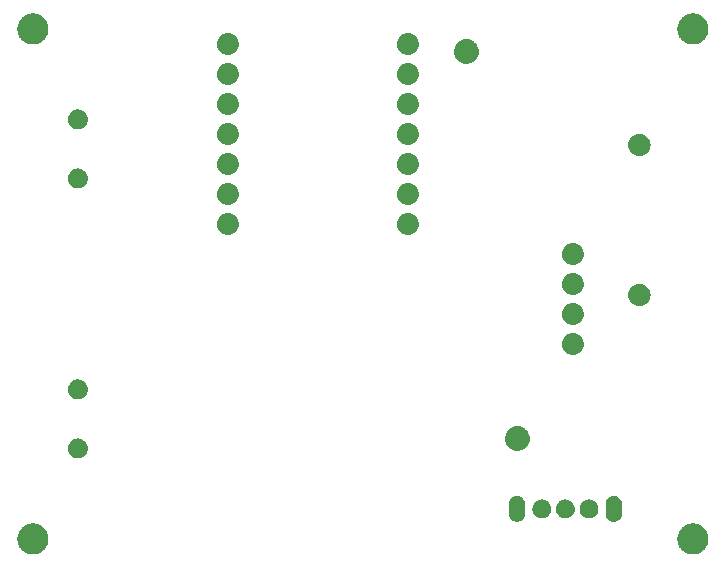
<source format=gbr>
%TF.GenerationSoftware,KiCad,Pcbnew,7.0.8*%
%TF.CreationDate,2024-01-07T13:32:43-05:00*%
%TF.ProjectId,destinationAutomation_v4.5,64657374-696e-4617-9469-6f6e4175746f,02*%
%TF.SameCoordinates,Original*%
%TF.FileFunction,Soldermask,Bot*%
%TF.FilePolarity,Negative*%
%FSLAX46Y46*%
G04 Gerber Fmt 4.6, Leading zero omitted, Abs format (unit mm)*
G04 Created by KiCad (PCBNEW 7.0.8) date 2024-01-07 13:32:43*
%MOMM*%
%LPD*%
G01*
G04 APERTURE LIST*
G04 APERTURE END LIST*
G36*
X86415492Y-128224855D02*
G01*
X86468978Y-128224855D01*
X86527924Y-128234691D01*
X86589216Y-128240054D01*
X86637355Y-128252952D01*
X86683954Y-128260729D01*
X86746462Y-128282188D01*
X86811467Y-128299606D01*
X86851286Y-128318174D01*
X86890095Y-128331497D01*
X86953857Y-128366003D01*
X87020000Y-128396846D01*
X87051136Y-128418648D01*
X87081783Y-128435233D01*
X87144168Y-128483789D01*
X87208480Y-128528821D01*
X87231146Y-128551487D01*
X87253775Y-128569100D01*
X87311903Y-128632244D01*
X87371179Y-128691520D01*
X87386141Y-128712888D01*
X87401392Y-128729455D01*
X87452271Y-128807332D01*
X87503154Y-128880000D01*
X87511647Y-128898213D01*
X87520596Y-128911911D01*
X87561217Y-129004518D01*
X87600394Y-129088533D01*
X87604042Y-129102148D01*
X87608150Y-129111513D01*
X87635660Y-129220151D01*
X87659946Y-129310784D01*
X87660649Y-129318830D01*
X87661653Y-129322791D01*
X87673404Y-129464609D01*
X87680000Y-129540000D01*
X87673403Y-129615396D01*
X87661653Y-129757208D01*
X87660650Y-129761168D01*
X87659946Y-129769216D01*
X87635656Y-129859866D01*
X87608150Y-129968486D01*
X87604042Y-129977849D01*
X87600394Y-129991467D01*
X87561210Y-130075496D01*
X87520596Y-130168088D01*
X87511648Y-130181782D01*
X87503154Y-130200000D01*
X87452261Y-130272681D01*
X87401392Y-130350544D01*
X87386143Y-130367107D01*
X87371179Y-130388480D01*
X87311892Y-130447766D01*
X87253775Y-130510899D01*
X87231151Y-130528507D01*
X87208480Y-130551179D01*
X87144155Y-130596219D01*
X87081783Y-130644766D01*
X87051142Y-130661347D01*
X87020000Y-130683154D01*
X86953844Y-130714002D01*
X86890095Y-130748502D01*
X86851294Y-130761822D01*
X86811467Y-130780394D01*
X86746449Y-130797815D01*
X86683954Y-130819270D01*
X86637362Y-130827045D01*
X86589216Y-130839946D01*
X86527920Y-130845308D01*
X86468978Y-130855145D01*
X86415492Y-130855145D01*
X86360000Y-130860000D01*
X86304508Y-130855145D01*
X86251022Y-130855145D01*
X86192078Y-130845308D01*
X86130784Y-130839946D01*
X86082638Y-130827045D01*
X86036045Y-130819270D01*
X85973546Y-130797814D01*
X85908533Y-130780394D01*
X85868707Y-130761823D01*
X85829904Y-130748502D01*
X85766148Y-130713999D01*
X85700000Y-130683154D01*
X85668860Y-130661349D01*
X85638216Y-130644766D01*
X85575834Y-130596212D01*
X85511520Y-130551179D01*
X85488852Y-130528511D01*
X85466224Y-130510899D01*
X85408095Y-130447754D01*
X85348821Y-130388480D01*
X85333859Y-130367112D01*
X85318607Y-130350544D01*
X85267723Y-130272660D01*
X85216846Y-130200000D01*
X85208353Y-130181788D01*
X85199403Y-130168088D01*
X85158772Y-130075460D01*
X85119606Y-129991467D01*
X85115958Y-129977855D01*
X85111849Y-129968486D01*
X85084325Y-129859798D01*
X85060054Y-129769216D01*
X85059350Y-129761174D01*
X85058346Y-129757208D01*
X85046577Y-129615180D01*
X85040000Y-129540000D01*
X85046576Y-129464825D01*
X85058346Y-129322791D01*
X85059350Y-129318823D01*
X85060054Y-129310784D01*
X85084320Y-129220219D01*
X85111849Y-129111513D01*
X85115959Y-129102142D01*
X85119606Y-129088533D01*
X85158765Y-129004555D01*
X85199403Y-128911911D01*
X85208355Y-128898208D01*
X85216846Y-128880000D01*
X85267713Y-128807353D01*
X85318607Y-128729455D01*
X85333862Y-128712883D01*
X85348821Y-128691520D01*
X85408083Y-128632257D01*
X85466224Y-128569100D01*
X85488857Y-128551483D01*
X85511520Y-128528821D01*
X85575821Y-128483796D01*
X85638216Y-128435233D01*
X85668866Y-128418645D01*
X85700000Y-128396846D01*
X85766135Y-128366006D01*
X85829904Y-128331497D01*
X85868715Y-128318172D01*
X85908533Y-128299606D01*
X85973533Y-128282189D01*
X86036045Y-128260729D01*
X86082646Y-128252952D01*
X86130784Y-128240054D01*
X86192075Y-128234691D01*
X86251022Y-128224855D01*
X86304508Y-128224855D01*
X86360000Y-128220000D01*
X86415492Y-128224855D01*
G37*
G36*
X142295492Y-128224855D02*
G01*
X142348978Y-128224855D01*
X142407924Y-128234691D01*
X142469216Y-128240054D01*
X142517355Y-128252952D01*
X142563954Y-128260729D01*
X142626462Y-128282188D01*
X142691467Y-128299606D01*
X142731286Y-128318174D01*
X142770095Y-128331497D01*
X142833857Y-128366003D01*
X142900000Y-128396846D01*
X142931136Y-128418648D01*
X142961783Y-128435233D01*
X143024168Y-128483789D01*
X143088480Y-128528821D01*
X143111146Y-128551487D01*
X143133775Y-128569100D01*
X143191903Y-128632244D01*
X143251179Y-128691520D01*
X143266141Y-128712888D01*
X143281392Y-128729455D01*
X143332271Y-128807332D01*
X143383154Y-128880000D01*
X143391647Y-128898213D01*
X143400596Y-128911911D01*
X143441217Y-129004518D01*
X143480394Y-129088533D01*
X143484042Y-129102148D01*
X143488150Y-129111513D01*
X143515660Y-129220151D01*
X143539946Y-129310784D01*
X143540649Y-129318830D01*
X143541653Y-129322791D01*
X143553404Y-129464609D01*
X143560000Y-129540000D01*
X143553403Y-129615396D01*
X143541653Y-129757208D01*
X143540650Y-129761168D01*
X143539946Y-129769216D01*
X143515656Y-129859866D01*
X143488150Y-129968486D01*
X143484042Y-129977849D01*
X143480394Y-129991467D01*
X143441210Y-130075496D01*
X143400596Y-130168088D01*
X143391648Y-130181782D01*
X143383154Y-130200000D01*
X143332261Y-130272681D01*
X143281392Y-130350544D01*
X143266143Y-130367107D01*
X143251179Y-130388480D01*
X143191892Y-130447766D01*
X143133775Y-130510899D01*
X143111151Y-130528507D01*
X143088480Y-130551179D01*
X143024155Y-130596219D01*
X142961783Y-130644766D01*
X142931142Y-130661347D01*
X142900000Y-130683154D01*
X142833844Y-130714002D01*
X142770095Y-130748502D01*
X142731294Y-130761822D01*
X142691467Y-130780394D01*
X142626449Y-130797815D01*
X142563954Y-130819270D01*
X142517362Y-130827045D01*
X142469216Y-130839946D01*
X142407920Y-130845308D01*
X142348978Y-130855145D01*
X142295492Y-130855145D01*
X142240000Y-130860000D01*
X142184508Y-130855145D01*
X142131022Y-130855145D01*
X142072078Y-130845308D01*
X142010784Y-130839946D01*
X141962638Y-130827045D01*
X141916045Y-130819270D01*
X141853546Y-130797814D01*
X141788533Y-130780394D01*
X141748707Y-130761823D01*
X141709904Y-130748502D01*
X141646148Y-130713999D01*
X141580000Y-130683154D01*
X141548860Y-130661349D01*
X141518216Y-130644766D01*
X141455834Y-130596212D01*
X141391520Y-130551179D01*
X141368852Y-130528511D01*
X141346224Y-130510899D01*
X141288095Y-130447754D01*
X141228821Y-130388480D01*
X141213859Y-130367112D01*
X141198607Y-130350544D01*
X141147723Y-130272660D01*
X141096846Y-130200000D01*
X141088353Y-130181788D01*
X141079403Y-130168088D01*
X141038772Y-130075460D01*
X140999606Y-129991467D01*
X140995958Y-129977855D01*
X140991849Y-129968486D01*
X140964325Y-129859798D01*
X140940054Y-129769216D01*
X140939350Y-129761174D01*
X140938346Y-129757208D01*
X140926577Y-129615180D01*
X140920000Y-129540000D01*
X140926576Y-129464825D01*
X140938346Y-129322791D01*
X140939350Y-129318823D01*
X140940054Y-129310784D01*
X140964320Y-129220219D01*
X140991849Y-129111513D01*
X140995959Y-129102142D01*
X140999606Y-129088533D01*
X141038765Y-129004555D01*
X141079403Y-128911911D01*
X141088355Y-128898208D01*
X141096846Y-128880000D01*
X141147713Y-128807353D01*
X141198607Y-128729455D01*
X141213862Y-128712883D01*
X141228821Y-128691520D01*
X141288083Y-128632257D01*
X141346224Y-128569100D01*
X141368857Y-128551483D01*
X141391520Y-128528821D01*
X141455821Y-128483796D01*
X141518216Y-128435233D01*
X141548866Y-128418645D01*
X141580000Y-128396846D01*
X141646135Y-128366006D01*
X141709904Y-128331497D01*
X141748715Y-128318172D01*
X141788533Y-128299606D01*
X141853533Y-128282189D01*
X141916045Y-128260729D01*
X141962646Y-128252952D01*
X142010784Y-128240054D01*
X142072075Y-128234691D01*
X142131022Y-128224855D01*
X142184508Y-128224855D01*
X142240000Y-128220000D01*
X142295492Y-128224855D01*
G37*
G36*
X127384599Y-125905104D02*
G01*
X127429376Y-125905104D01*
X127467083Y-125914398D01*
X127500620Y-125918177D01*
X127544005Y-125933357D01*
X127593223Y-125945489D01*
X127622323Y-125960761D01*
X127648442Y-125969901D01*
X127692579Y-125997634D01*
X127742645Y-126023911D01*
X127762766Y-126041736D01*
X127781043Y-126053221D01*
X127822307Y-126094485D01*
X127868958Y-126135814D01*
X127880817Y-126152995D01*
X127891778Y-126163956D01*
X127926246Y-126218812D01*
X127964819Y-126274694D01*
X127970084Y-126288578D01*
X127975098Y-126296557D01*
X127998797Y-126364288D01*
X128024659Y-126432479D01*
X128025722Y-126441236D01*
X128026822Y-126444379D01*
X128036075Y-126526497D01*
X128045000Y-126600000D01*
X128045000Y-127400000D01*
X128036073Y-127473515D01*
X128026822Y-127555620D01*
X128025722Y-127558762D01*
X128024659Y-127567521D01*
X127998793Y-127635723D01*
X127975098Y-127703442D01*
X127970085Y-127711418D01*
X127964819Y-127725306D01*
X127926239Y-127781197D01*
X127891778Y-127836043D01*
X127880819Y-127847001D01*
X127868958Y-127864186D01*
X127822298Y-127905522D01*
X127781043Y-127946778D01*
X127762770Y-127958259D01*
X127742645Y-127976089D01*
X127692569Y-128002370D01*
X127648442Y-128030098D01*
X127622329Y-128039235D01*
X127593223Y-128054511D01*
X127543995Y-128066644D01*
X127500620Y-128081822D01*
X127467091Y-128085599D01*
X127429376Y-128094896D01*
X127384591Y-128094896D01*
X127345000Y-128099357D01*
X127305409Y-128094896D01*
X127260624Y-128094896D01*
X127222909Y-128085600D01*
X127189379Y-128081822D01*
X127146001Y-128066643D01*
X127096777Y-128054511D01*
X127067672Y-128039236D01*
X127041557Y-128030098D01*
X126997424Y-128002367D01*
X126947355Y-127976089D01*
X126927232Y-127958261D01*
X126908956Y-127946778D01*
X126867692Y-127905514D01*
X126821042Y-127864186D01*
X126809182Y-127847004D01*
X126798221Y-127836043D01*
X126763748Y-127781181D01*
X126725181Y-127725306D01*
X126719915Y-127711422D01*
X126714901Y-127703442D01*
X126691193Y-127635688D01*
X126665341Y-127567521D01*
X126664278Y-127558766D01*
X126663177Y-127555620D01*
X126653919Y-127473459D01*
X126645000Y-127400000D01*
X126645000Y-126600000D01*
X126653918Y-126526553D01*
X126663177Y-126444379D01*
X126664278Y-126441231D01*
X126665341Y-126432479D01*
X126691189Y-126364322D01*
X126714901Y-126296557D01*
X126719916Y-126288574D01*
X126725181Y-126274694D01*
X126763741Y-126218828D01*
X126798221Y-126163956D01*
X126809184Y-126152992D01*
X126821042Y-126135814D01*
X126867684Y-126094492D01*
X126908956Y-126053221D01*
X126927236Y-126041734D01*
X126947355Y-126023911D01*
X126997414Y-125997637D01*
X127041557Y-125969901D01*
X127067678Y-125960760D01*
X127096777Y-125945489D01*
X127145991Y-125933358D01*
X127189379Y-125918177D01*
X127222917Y-125914398D01*
X127260624Y-125905104D01*
X127305400Y-125905104D01*
X127345000Y-125900642D01*
X127384599Y-125905104D01*
G37*
G36*
X135584599Y-125905104D02*
G01*
X135629376Y-125905104D01*
X135667083Y-125914398D01*
X135700620Y-125918177D01*
X135744005Y-125933357D01*
X135793223Y-125945489D01*
X135822323Y-125960761D01*
X135848442Y-125969901D01*
X135892579Y-125997634D01*
X135942645Y-126023911D01*
X135962766Y-126041736D01*
X135981043Y-126053221D01*
X136022307Y-126094485D01*
X136068958Y-126135814D01*
X136080817Y-126152995D01*
X136091778Y-126163956D01*
X136126246Y-126218812D01*
X136164819Y-126274694D01*
X136170084Y-126288578D01*
X136175098Y-126296557D01*
X136198797Y-126364288D01*
X136224659Y-126432479D01*
X136225722Y-126441236D01*
X136226822Y-126444379D01*
X136236075Y-126526497D01*
X136245000Y-126600000D01*
X136245000Y-127400000D01*
X136236073Y-127473515D01*
X136226822Y-127555620D01*
X136225722Y-127558762D01*
X136224659Y-127567521D01*
X136198793Y-127635723D01*
X136175098Y-127703442D01*
X136170085Y-127711418D01*
X136164819Y-127725306D01*
X136126239Y-127781197D01*
X136091778Y-127836043D01*
X136080819Y-127847001D01*
X136068958Y-127864186D01*
X136022298Y-127905522D01*
X135981043Y-127946778D01*
X135962770Y-127958259D01*
X135942645Y-127976089D01*
X135892569Y-128002370D01*
X135848442Y-128030098D01*
X135822329Y-128039235D01*
X135793223Y-128054511D01*
X135743995Y-128066644D01*
X135700620Y-128081822D01*
X135667091Y-128085599D01*
X135629376Y-128094896D01*
X135584591Y-128094896D01*
X135545000Y-128099357D01*
X135505409Y-128094896D01*
X135460624Y-128094896D01*
X135422909Y-128085600D01*
X135389379Y-128081822D01*
X135346001Y-128066643D01*
X135296777Y-128054511D01*
X135267672Y-128039236D01*
X135241557Y-128030098D01*
X135197424Y-128002367D01*
X135147355Y-127976089D01*
X135127232Y-127958261D01*
X135108956Y-127946778D01*
X135067692Y-127905514D01*
X135021042Y-127864186D01*
X135009182Y-127847004D01*
X134998221Y-127836043D01*
X134963748Y-127781181D01*
X134925181Y-127725306D01*
X134919915Y-127711422D01*
X134914901Y-127703442D01*
X134891193Y-127635688D01*
X134865341Y-127567521D01*
X134864278Y-127558766D01*
X134863177Y-127555620D01*
X134853919Y-127473459D01*
X134845000Y-127400000D01*
X134845000Y-126600000D01*
X134853918Y-126526553D01*
X134863177Y-126444379D01*
X134864278Y-126441231D01*
X134865341Y-126432479D01*
X134891189Y-126364322D01*
X134914901Y-126296557D01*
X134919916Y-126288574D01*
X134925181Y-126274694D01*
X134963741Y-126218828D01*
X134998221Y-126163956D01*
X135009184Y-126152992D01*
X135021042Y-126135814D01*
X135067684Y-126094492D01*
X135108956Y-126053221D01*
X135127236Y-126041734D01*
X135147355Y-126023911D01*
X135197414Y-125997637D01*
X135241557Y-125969901D01*
X135267678Y-125960760D01*
X135296777Y-125945489D01*
X135345991Y-125933358D01*
X135389379Y-125918177D01*
X135422917Y-125914398D01*
X135460624Y-125905104D01*
X135505400Y-125905104D01*
X135545000Y-125900642D01*
X135584599Y-125905104D01*
G37*
G36*
X129488834Y-126204939D02*
G01*
X129528563Y-126204939D01*
X129573381Y-126214465D01*
X129623017Y-126220058D01*
X129659108Y-126232686D01*
X129692042Y-126239687D01*
X129739508Y-126260819D01*
X129792107Y-126279225D01*
X129819482Y-126296426D01*
X129844719Y-126307662D01*
X129891774Y-126341850D01*
X129943792Y-126374535D01*
X129962474Y-126393217D01*
X129979929Y-126405899D01*
X130023083Y-126453826D01*
X130070465Y-126501208D01*
X130081362Y-126518550D01*
X130091763Y-126530102D01*
X130127342Y-126591727D01*
X130165775Y-126652893D01*
X130170574Y-126666608D01*
X130175325Y-126674837D01*
X130199653Y-126749712D01*
X130224942Y-126821983D01*
X130225900Y-126830493D01*
X130226971Y-126833787D01*
X130236669Y-126926068D01*
X130245000Y-127000000D01*
X130236669Y-127073937D01*
X130226971Y-127166212D01*
X130225901Y-127169504D01*
X130224942Y-127178017D01*
X130199649Y-127250300D01*
X130175325Y-127325162D01*
X130170575Y-127333389D01*
X130165775Y-127347107D01*
X130127334Y-127408283D01*
X130091763Y-127469897D01*
X130081364Y-127481445D01*
X130070465Y-127498792D01*
X130023074Y-127546182D01*
X129979929Y-127594100D01*
X129962477Y-127606779D01*
X129943792Y-127625465D01*
X129891764Y-127658156D01*
X129844719Y-127692337D01*
X129819488Y-127703570D01*
X129792107Y-127720775D01*
X129739497Y-127739183D01*
X129692042Y-127760312D01*
X129659113Y-127767311D01*
X129623017Y-127779942D01*
X129573378Y-127785534D01*
X129528563Y-127795061D01*
X129488834Y-127795061D01*
X129445000Y-127800000D01*
X129401166Y-127795061D01*
X129361437Y-127795061D01*
X129316620Y-127785534D01*
X129266983Y-127779942D01*
X129230887Y-127767311D01*
X129197957Y-127760312D01*
X129150497Y-127739182D01*
X129097893Y-127720775D01*
X129070514Y-127703571D01*
X129045280Y-127692337D01*
X128998228Y-127658151D01*
X128946208Y-127625465D01*
X128927524Y-127606781D01*
X128910070Y-127594100D01*
X128866915Y-127546172D01*
X128819535Y-127498792D01*
X128808637Y-127481449D01*
X128798236Y-127469897D01*
X128762652Y-127408264D01*
X128724225Y-127347107D01*
X128719426Y-127333393D01*
X128714674Y-127325162D01*
X128690336Y-127250260D01*
X128665058Y-127178017D01*
X128664099Y-127169509D01*
X128663028Y-127166212D01*
X128653316Y-127073805D01*
X128645000Y-127000000D01*
X128653315Y-126926200D01*
X128663028Y-126833787D01*
X128664099Y-126830488D01*
X128665058Y-126821983D01*
X128690332Y-126749752D01*
X128714674Y-126674837D01*
X128719427Y-126666603D01*
X128724225Y-126652893D01*
X128762645Y-126591746D01*
X128798236Y-126530102D01*
X128808639Y-126518547D01*
X128819535Y-126501208D01*
X128866907Y-126453835D01*
X128910072Y-126405897D01*
X128927529Y-126393213D01*
X128946208Y-126374535D01*
X128998224Y-126341850D01*
X129045279Y-126307664D01*
X129070512Y-126296429D01*
X129097893Y-126279225D01*
X129150492Y-126260819D01*
X129197957Y-126239687D01*
X129230893Y-126232686D01*
X129266983Y-126220058D01*
X129316617Y-126214465D01*
X129361437Y-126204939D01*
X129401166Y-126204939D01*
X129445000Y-126200000D01*
X129488834Y-126204939D01*
G37*
G36*
X131488834Y-126204939D02*
G01*
X131528563Y-126204939D01*
X131573381Y-126214465D01*
X131623017Y-126220058D01*
X131659108Y-126232686D01*
X131692042Y-126239687D01*
X131739508Y-126260819D01*
X131792107Y-126279225D01*
X131819482Y-126296426D01*
X131844719Y-126307662D01*
X131891774Y-126341850D01*
X131943792Y-126374535D01*
X131962474Y-126393217D01*
X131979929Y-126405899D01*
X132023083Y-126453826D01*
X132070465Y-126501208D01*
X132081362Y-126518550D01*
X132091763Y-126530102D01*
X132127342Y-126591727D01*
X132165775Y-126652893D01*
X132170574Y-126666608D01*
X132175325Y-126674837D01*
X132199653Y-126749712D01*
X132224942Y-126821983D01*
X132225900Y-126830493D01*
X132226971Y-126833787D01*
X132236669Y-126926068D01*
X132245000Y-127000000D01*
X132236669Y-127073937D01*
X132226971Y-127166212D01*
X132225901Y-127169504D01*
X132224942Y-127178017D01*
X132199649Y-127250300D01*
X132175325Y-127325162D01*
X132170575Y-127333389D01*
X132165775Y-127347107D01*
X132127334Y-127408283D01*
X132091763Y-127469897D01*
X132081364Y-127481445D01*
X132070465Y-127498792D01*
X132023074Y-127546182D01*
X131979929Y-127594100D01*
X131962477Y-127606779D01*
X131943792Y-127625465D01*
X131891764Y-127658156D01*
X131844719Y-127692337D01*
X131819488Y-127703570D01*
X131792107Y-127720775D01*
X131739497Y-127739183D01*
X131692042Y-127760312D01*
X131659113Y-127767311D01*
X131623017Y-127779942D01*
X131573378Y-127785534D01*
X131528563Y-127795061D01*
X131488834Y-127795061D01*
X131445000Y-127800000D01*
X131401166Y-127795061D01*
X131361437Y-127795061D01*
X131316620Y-127785534D01*
X131266983Y-127779942D01*
X131230887Y-127767311D01*
X131197957Y-127760312D01*
X131150497Y-127739182D01*
X131097893Y-127720775D01*
X131070514Y-127703571D01*
X131045280Y-127692337D01*
X130998228Y-127658151D01*
X130946208Y-127625465D01*
X130927524Y-127606781D01*
X130910070Y-127594100D01*
X130866915Y-127546172D01*
X130819535Y-127498792D01*
X130808637Y-127481449D01*
X130798236Y-127469897D01*
X130762652Y-127408264D01*
X130724225Y-127347107D01*
X130719426Y-127333393D01*
X130714674Y-127325162D01*
X130690336Y-127250260D01*
X130665058Y-127178017D01*
X130664099Y-127169509D01*
X130663028Y-127166212D01*
X130653316Y-127073805D01*
X130645000Y-127000000D01*
X130653315Y-126926200D01*
X130663028Y-126833787D01*
X130664099Y-126830488D01*
X130665058Y-126821983D01*
X130690332Y-126749752D01*
X130714674Y-126674837D01*
X130719427Y-126666603D01*
X130724225Y-126652893D01*
X130762645Y-126591746D01*
X130798236Y-126530102D01*
X130808639Y-126518547D01*
X130819535Y-126501208D01*
X130866907Y-126453835D01*
X130910072Y-126405897D01*
X130927529Y-126393213D01*
X130946208Y-126374535D01*
X130998224Y-126341850D01*
X131045279Y-126307664D01*
X131070512Y-126296429D01*
X131097893Y-126279225D01*
X131150492Y-126260819D01*
X131197957Y-126239687D01*
X131230893Y-126232686D01*
X131266983Y-126220058D01*
X131316617Y-126214465D01*
X131361437Y-126204939D01*
X131401166Y-126204939D01*
X131445000Y-126200000D01*
X131488834Y-126204939D01*
G37*
G36*
X133488834Y-126204939D02*
G01*
X133528563Y-126204939D01*
X133573381Y-126214465D01*
X133623017Y-126220058D01*
X133659108Y-126232686D01*
X133692042Y-126239687D01*
X133739508Y-126260819D01*
X133792107Y-126279225D01*
X133819482Y-126296426D01*
X133844719Y-126307662D01*
X133891774Y-126341850D01*
X133943792Y-126374535D01*
X133962474Y-126393217D01*
X133979929Y-126405899D01*
X134023083Y-126453826D01*
X134070465Y-126501208D01*
X134081362Y-126518550D01*
X134091763Y-126530102D01*
X134127342Y-126591727D01*
X134165775Y-126652893D01*
X134170574Y-126666608D01*
X134175325Y-126674837D01*
X134199653Y-126749712D01*
X134224942Y-126821983D01*
X134225900Y-126830493D01*
X134226971Y-126833787D01*
X134236669Y-126926068D01*
X134245000Y-127000000D01*
X134236669Y-127073937D01*
X134226971Y-127166212D01*
X134225901Y-127169504D01*
X134224942Y-127178017D01*
X134199649Y-127250300D01*
X134175325Y-127325162D01*
X134170575Y-127333389D01*
X134165775Y-127347107D01*
X134127334Y-127408283D01*
X134091763Y-127469897D01*
X134081364Y-127481445D01*
X134070465Y-127498792D01*
X134023074Y-127546182D01*
X133979929Y-127594100D01*
X133962477Y-127606779D01*
X133943792Y-127625465D01*
X133891764Y-127658156D01*
X133844719Y-127692337D01*
X133819488Y-127703570D01*
X133792107Y-127720775D01*
X133739497Y-127739183D01*
X133692042Y-127760312D01*
X133659113Y-127767311D01*
X133623017Y-127779942D01*
X133573378Y-127785534D01*
X133528563Y-127795061D01*
X133488834Y-127795061D01*
X133445000Y-127800000D01*
X133401166Y-127795061D01*
X133361437Y-127795061D01*
X133316620Y-127785534D01*
X133266983Y-127779942D01*
X133230887Y-127767311D01*
X133197957Y-127760312D01*
X133150497Y-127739182D01*
X133097893Y-127720775D01*
X133070514Y-127703571D01*
X133045280Y-127692337D01*
X132998228Y-127658151D01*
X132946208Y-127625465D01*
X132927524Y-127606781D01*
X132910070Y-127594100D01*
X132866915Y-127546172D01*
X132819535Y-127498792D01*
X132808637Y-127481449D01*
X132798236Y-127469897D01*
X132762652Y-127408264D01*
X132724225Y-127347107D01*
X132719426Y-127333393D01*
X132714674Y-127325162D01*
X132690336Y-127250260D01*
X132665058Y-127178017D01*
X132664099Y-127169509D01*
X132663028Y-127166212D01*
X132653316Y-127073805D01*
X132645000Y-127000000D01*
X132653315Y-126926200D01*
X132663028Y-126833787D01*
X132664099Y-126830488D01*
X132665058Y-126821983D01*
X132690332Y-126749752D01*
X132714674Y-126674837D01*
X132719427Y-126666603D01*
X132724225Y-126652893D01*
X132762645Y-126591746D01*
X132798236Y-126530102D01*
X132808639Y-126518547D01*
X132819535Y-126501208D01*
X132866907Y-126453835D01*
X132910072Y-126405897D01*
X132927529Y-126393213D01*
X132946208Y-126374535D01*
X132998224Y-126341850D01*
X133045279Y-126307664D01*
X133070512Y-126296429D01*
X133097893Y-126279225D01*
X133150492Y-126260819D01*
X133197957Y-126239687D01*
X133230893Y-126232686D01*
X133266983Y-126220058D01*
X133316617Y-126214465D01*
X133361437Y-126204939D01*
X133401166Y-126204939D01*
X133445000Y-126200000D01*
X133488834Y-126204939D01*
G37*
G36*
X90212286Y-121034656D02*
G01*
X90258849Y-121034656D01*
X90299056Y-121043202D01*
X90335734Y-121046815D01*
X90381815Y-121060793D01*
X90432664Y-121071602D01*
X90465201Y-121086088D01*
X90495093Y-121095156D01*
X90542592Y-121120545D01*
X90595000Y-121143878D01*
X90619365Y-121161580D01*
X90641959Y-121173657D01*
X90688046Y-121211480D01*
X90738761Y-121248327D01*
X90755228Y-121266616D01*
X90770692Y-121279307D01*
X90812254Y-121329950D01*
X90857664Y-121380383D01*
X90867201Y-121396902D01*
X90876342Y-121408040D01*
X90910147Y-121471286D01*
X90946514Y-121534274D01*
X90950697Y-121547151D01*
X90954843Y-121554906D01*
X90977702Y-121630262D01*
X91001425Y-121703275D01*
X91002259Y-121711218D01*
X91003184Y-121714265D01*
X91012179Y-121805592D01*
X91020000Y-121880000D01*
X91012178Y-121954414D01*
X91003184Y-122045734D01*
X91002260Y-122048779D01*
X91001425Y-122056725D01*
X90977697Y-122129751D01*
X90954843Y-122205093D01*
X90950698Y-122212846D01*
X90946514Y-122225726D01*
X90910140Y-122288726D01*
X90876342Y-122351959D01*
X90867203Y-122363093D01*
X90857664Y-122379617D01*
X90812245Y-122430059D01*
X90770692Y-122480692D01*
X90755232Y-122493379D01*
X90738761Y-122511673D01*
X90688035Y-122548527D01*
X90641959Y-122586342D01*
X90619370Y-122598415D01*
X90595000Y-122616122D01*
X90542581Y-122639459D01*
X90495093Y-122664843D01*
X90465208Y-122673908D01*
X90432664Y-122688398D01*
X90381804Y-122699208D01*
X90335734Y-122713184D01*
X90299064Y-122716795D01*
X90258849Y-122725344D01*
X90212276Y-122725344D01*
X90170000Y-122729508D01*
X90127724Y-122725344D01*
X90081151Y-122725344D01*
X90040935Y-122716795D01*
X90004265Y-122713184D01*
X89958192Y-122699207D01*
X89907336Y-122688398D01*
X89874793Y-122673909D01*
X89844906Y-122664843D01*
X89797412Y-122639457D01*
X89745000Y-122616122D01*
X89720632Y-122598417D01*
X89698040Y-122586342D01*
X89651955Y-122548520D01*
X89601239Y-122511673D01*
X89584770Y-122493382D01*
X89569307Y-122480692D01*
X89527743Y-122430047D01*
X89482336Y-122379617D01*
X89472798Y-122363097D01*
X89463657Y-122351959D01*
X89429846Y-122288702D01*
X89393486Y-122225726D01*
X89389302Y-122212851D01*
X89385156Y-122205093D01*
X89362287Y-122129704D01*
X89338575Y-122056725D01*
X89337740Y-122048784D01*
X89336815Y-122045734D01*
X89327805Y-121954263D01*
X89320000Y-121880000D01*
X89327804Y-121805743D01*
X89336815Y-121714265D01*
X89337740Y-121711213D01*
X89338575Y-121703275D01*
X89362282Y-121630309D01*
X89385156Y-121554906D01*
X89389303Y-121547146D01*
X89393486Y-121534274D01*
X89429838Y-121471309D01*
X89463657Y-121408040D01*
X89472800Y-121396898D01*
X89482336Y-121380383D01*
X89527734Y-121329963D01*
X89569307Y-121279307D01*
X89584773Y-121266613D01*
X89601239Y-121248327D01*
X89651944Y-121211486D01*
X89698040Y-121173657D01*
X89720637Y-121161578D01*
X89745000Y-121143878D01*
X89797401Y-121120547D01*
X89844906Y-121095156D01*
X89874800Y-121086087D01*
X89907336Y-121071602D01*
X89958181Y-121060794D01*
X90004265Y-121046815D01*
X90040944Y-121043202D01*
X90081151Y-121034656D01*
X90127713Y-121034656D01*
X90170000Y-121030491D01*
X90212286Y-121034656D01*
G37*
G36*
X127430884Y-119985913D02*
G01*
X127477842Y-119985913D01*
X127530134Y-119995688D01*
X127585845Y-120001175D01*
X127628169Y-120014013D01*
X127668227Y-120021502D01*
X127723706Y-120042994D01*
X127782818Y-120060926D01*
X127816591Y-120078978D01*
X127848831Y-120091468D01*
X127904853Y-120126155D01*
X127964349Y-120157957D01*
X127989345Y-120178471D01*
X128013500Y-120193427D01*
X128067024Y-120242220D01*
X128123462Y-120288538D01*
X128140185Y-120308915D01*
X128156638Y-120323914D01*
X128204401Y-120387162D01*
X128254043Y-120447651D01*
X128263642Y-120465610D01*
X128273356Y-120478473D01*
X128311996Y-120556074D01*
X128351074Y-120629182D01*
X128355242Y-120642922D01*
X128359689Y-120651853D01*
X128385959Y-120744183D01*
X128410825Y-120826155D01*
X128411641Y-120834448D01*
X128412693Y-120838143D01*
X128423627Y-120956144D01*
X128431000Y-121031000D01*
X128423626Y-121105861D01*
X128412693Y-121223856D01*
X128411641Y-121227550D01*
X128410825Y-121235845D01*
X128385954Y-121317831D01*
X128359689Y-121410146D01*
X128355242Y-121419074D01*
X128351074Y-121432818D01*
X128311989Y-121505939D01*
X128273356Y-121583526D01*
X128263644Y-121596386D01*
X128254043Y-121614349D01*
X128204391Y-121674849D01*
X128156638Y-121738085D01*
X128140188Y-121753080D01*
X128123462Y-121773462D01*
X128067013Y-121819788D01*
X128013500Y-121868572D01*
X127989350Y-121883524D01*
X127964349Y-121904043D01*
X127904841Y-121935850D01*
X127848831Y-121970531D01*
X127816598Y-121983017D01*
X127782818Y-122001074D01*
X127723694Y-122019008D01*
X127668227Y-122040497D01*
X127628176Y-122047983D01*
X127585845Y-122060825D01*
X127530131Y-122066312D01*
X127477842Y-122076087D01*
X127430884Y-122076087D01*
X127381000Y-122081000D01*
X127331116Y-122076087D01*
X127284158Y-122076087D01*
X127231868Y-122066312D01*
X127176155Y-122060825D01*
X127133824Y-122047984D01*
X127093772Y-122040497D01*
X127038300Y-122019007D01*
X126979182Y-122001074D01*
X126945404Y-121983019D01*
X126913168Y-121970531D01*
X126857150Y-121935846D01*
X126797651Y-121904043D01*
X126772652Y-121883527D01*
X126748499Y-121868572D01*
X126694976Y-121819780D01*
X126638538Y-121773462D01*
X126621814Y-121753083D01*
X126605361Y-121738085D01*
X126557595Y-121674833D01*
X126507957Y-121614349D01*
X126498358Y-121596390D01*
X126488643Y-121583526D01*
X126449995Y-121505911D01*
X126410926Y-121432818D01*
X126406758Y-121419080D01*
X126402310Y-121410146D01*
X126376029Y-121317778D01*
X126351175Y-121235845D01*
X126350358Y-121227555D01*
X126349306Y-121223856D01*
X126338356Y-121105689D01*
X126331000Y-121031000D01*
X126338355Y-120956316D01*
X126349306Y-120838143D01*
X126350358Y-120834443D01*
X126351175Y-120826155D01*
X126376024Y-120744236D01*
X126402310Y-120651853D01*
X126406759Y-120642917D01*
X126410926Y-120629182D01*
X126449988Y-120556101D01*
X126488643Y-120478473D01*
X126498359Y-120465605D01*
X126507957Y-120447651D01*
X126557586Y-120387177D01*
X126605361Y-120323914D01*
X126621817Y-120308912D01*
X126638538Y-120288538D01*
X126694965Y-120242228D01*
X126748499Y-120193427D01*
X126772657Y-120178468D01*
X126797651Y-120157957D01*
X126857138Y-120126159D01*
X126913168Y-120091468D01*
X126945411Y-120078976D01*
X126979182Y-120060926D01*
X127038288Y-120042996D01*
X127093772Y-120021502D01*
X127133831Y-120014013D01*
X127176155Y-120001175D01*
X127231864Y-119995688D01*
X127284158Y-119985913D01*
X127331116Y-119985913D01*
X127381000Y-119981000D01*
X127430884Y-119985913D01*
G37*
G36*
X90212286Y-116034656D02*
G01*
X90258849Y-116034656D01*
X90299056Y-116043202D01*
X90335734Y-116046815D01*
X90381815Y-116060793D01*
X90432664Y-116071602D01*
X90465201Y-116086088D01*
X90495093Y-116095156D01*
X90542592Y-116120545D01*
X90595000Y-116143878D01*
X90619365Y-116161580D01*
X90641959Y-116173657D01*
X90688046Y-116211480D01*
X90738761Y-116248327D01*
X90755228Y-116266616D01*
X90770692Y-116279307D01*
X90812254Y-116329950D01*
X90857664Y-116380383D01*
X90867201Y-116396902D01*
X90876342Y-116408040D01*
X90910147Y-116471286D01*
X90946514Y-116534274D01*
X90950697Y-116547151D01*
X90954843Y-116554906D01*
X90977702Y-116630262D01*
X91001425Y-116703275D01*
X91002259Y-116711218D01*
X91003184Y-116714265D01*
X91012179Y-116805592D01*
X91020000Y-116880000D01*
X91012178Y-116954414D01*
X91003184Y-117045734D01*
X91002260Y-117048779D01*
X91001425Y-117056725D01*
X90977697Y-117129751D01*
X90954843Y-117205093D01*
X90950698Y-117212846D01*
X90946514Y-117225726D01*
X90910140Y-117288726D01*
X90876342Y-117351959D01*
X90867203Y-117363093D01*
X90857664Y-117379617D01*
X90812245Y-117430059D01*
X90770692Y-117480692D01*
X90755232Y-117493379D01*
X90738761Y-117511673D01*
X90688035Y-117548527D01*
X90641959Y-117586342D01*
X90619370Y-117598415D01*
X90595000Y-117616122D01*
X90542581Y-117639459D01*
X90495093Y-117664843D01*
X90465208Y-117673908D01*
X90432664Y-117688398D01*
X90381804Y-117699208D01*
X90335734Y-117713184D01*
X90299064Y-117716795D01*
X90258849Y-117725344D01*
X90212276Y-117725344D01*
X90170000Y-117729508D01*
X90127724Y-117725344D01*
X90081151Y-117725344D01*
X90040935Y-117716795D01*
X90004265Y-117713184D01*
X89958192Y-117699207D01*
X89907336Y-117688398D01*
X89874793Y-117673909D01*
X89844906Y-117664843D01*
X89797412Y-117639457D01*
X89745000Y-117616122D01*
X89720632Y-117598417D01*
X89698040Y-117586342D01*
X89651955Y-117548520D01*
X89601239Y-117511673D01*
X89584770Y-117493382D01*
X89569307Y-117480692D01*
X89527743Y-117430047D01*
X89482336Y-117379617D01*
X89472798Y-117363097D01*
X89463657Y-117351959D01*
X89429846Y-117288702D01*
X89393486Y-117225726D01*
X89389302Y-117212851D01*
X89385156Y-117205093D01*
X89362287Y-117129704D01*
X89338575Y-117056725D01*
X89337740Y-117048784D01*
X89336815Y-117045734D01*
X89327805Y-116954263D01*
X89320000Y-116880000D01*
X89327804Y-116805743D01*
X89336815Y-116714265D01*
X89337740Y-116711213D01*
X89338575Y-116703275D01*
X89362282Y-116630309D01*
X89385156Y-116554906D01*
X89389303Y-116547146D01*
X89393486Y-116534274D01*
X89429838Y-116471309D01*
X89463657Y-116408040D01*
X89472800Y-116396898D01*
X89482336Y-116380383D01*
X89527734Y-116329963D01*
X89569307Y-116279307D01*
X89584773Y-116266613D01*
X89601239Y-116248327D01*
X89651944Y-116211486D01*
X89698040Y-116173657D01*
X89720637Y-116161578D01*
X89745000Y-116143878D01*
X89797401Y-116120547D01*
X89844906Y-116095156D01*
X89874800Y-116086087D01*
X89907336Y-116071602D01*
X89958181Y-116060794D01*
X90004265Y-116046815D01*
X90040944Y-116043202D01*
X90081151Y-116034656D01*
X90127713Y-116034656D01*
X90170000Y-116030491D01*
X90212286Y-116034656D01*
G37*
G36*
X132126459Y-112110067D02*
G01*
X132176689Y-112110067D01*
X132220062Y-112119286D01*
X132260364Y-112123256D01*
X132310996Y-112138615D01*
X132365841Y-112150273D01*
X132400935Y-112165898D01*
X132433795Y-112175866D01*
X132486018Y-112203779D01*
X132542500Y-112228927D01*
X132568757Y-112248004D01*
X132593627Y-112261297D01*
X132644350Y-112302925D01*
X132698946Y-112342591D01*
X132716675Y-112362281D01*
X132733725Y-112376274D01*
X132779548Y-112432109D01*
X132828341Y-112486299D01*
X132838589Y-112504050D01*
X132848702Y-112516372D01*
X132886105Y-112586350D01*
X132925030Y-112653769D01*
X132929508Y-112667551D01*
X132934133Y-112676204D01*
X132959634Y-112760269D01*
X132984787Y-112837682D01*
X132985672Y-112846105D01*
X132986743Y-112849635D01*
X132997173Y-112955536D01*
X133005000Y-113030000D01*
X132997173Y-113104469D01*
X132986743Y-113210364D01*
X132985672Y-113213892D01*
X132984787Y-113222318D01*
X132959629Y-113299744D01*
X132934133Y-113383795D01*
X132929509Y-113392445D01*
X132925030Y-113406231D01*
X132886098Y-113473661D01*
X132848702Y-113543627D01*
X132838591Y-113555946D01*
X132828341Y-113573701D01*
X132779539Y-113627901D01*
X132733725Y-113683725D01*
X132716678Y-113697714D01*
X132698946Y-113717409D01*
X132644340Y-113757082D01*
X132593627Y-113798702D01*
X132568762Y-113811991D01*
X132542500Y-113831073D01*
X132486007Y-113856225D01*
X132433795Y-113884133D01*
X132400942Y-113894098D01*
X132365841Y-113909727D01*
X132310985Y-113921387D01*
X132260364Y-113936743D01*
X132220071Y-113940711D01*
X132176689Y-113949933D01*
X132126449Y-113949933D01*
X132080000Y-113954508D01*
X132033551Y-113949933D01*
X131983311Y-113949933D01*
X131939928Y-113940711D01*
X131899635Y-113936743D01*
X131849011Y-113921386D01*
X131794159Y-113909727D01*
X131759059Y-113894099D01*
X131726204Y-113884133D01*
X131673986Y-113856222D01*
X131617500Y-113831073D01*
X131591239Y-113811993D01*
X131566372Y-113798702D01*
X131515651Y-113757075D01*
X131461054Y-113717409D01*
X131443323Y-113697717D01*
X131426274Y-113683725D01*
X131380449Y-113627888D01*
X131331659Y-113573701D01*
X131321410Y-113555950D01*
X131311297Y-113543627D01*
X131273887Y-113473638D01*
X131234970Y-113406231D01*
X131230492Y-113392450D01*
X131225866Y-113383795D01*
X131200355Y-113299698D01*
X131175213Y-113222318D01*
X131174328Y-113213898D01*
X131173256Y-113210364D01*
X131162811Y-113104318D01*
X131155000Y-113030000D01*
X131162810Y-112955687D01*
X131173256Y-112849635D01*
X131174328Y-112846100D01*
X131175213Y-112837682D01*
X131200350Y-112760315D01*
X131225866Y-112676204D01*
X131230493Y-112667546D01*
X131234970Y-112653769D01*
X131273880Y-112586373D01*
X131311297Y-112516372D01*
X131321412Y-112504046D01*
X131331659Y-112486299D01*
X131380440Y-112432121D01*
X131426274Y-112376274D01*
X131443327Y-112362278D01*
X131461054Y-112342591D01*
X131515640Y-112302931D01*
X131566372Y-112261297D01*
X131591245Y-112248002D01*
X131617500Y-112228927D01*
X131673975Y-112203782D01*
X131726204Y-112175866D01*
X131759066Y-112165897D01*
X131794159Y-112150273D01*
X131849000Y-112138616D01*
X131899635Y-112123256D01*
X131939937Y-112119286D01*
X131983311Y-112110067D01*
X132033541Y-112110067D01*
X132080000Y-112105491D01*
X132126459Y-112110067D01*
G37*
G36*
X132126459Y-109570067D02*
G01*
X132176689Y-109570067D01*
X132220062Y-109579286D01*
X132260364Y-109583256D01*
X132310996Y-109598615D01*
X132365841Y-109610273D01*
X132400935Y-109625898D01*
X132433795Y-109635866D01*
X132486018Y-109663779D01*
X132542500Y-109688927D01*
X132568757Y-109708004D01*
X132593627Y-109721297D01*
X132644350Y-109762925D01*
X132698946Y-109802591D01*
X132716675Y-109822281D01*
X132733725Y-109836274D01*
X132779548Y-109892109D01*
X132828341Y-109946299D01*
X132838589Y-109964050D01*
X132848702Y-109976372D01*
X132886105Y-110046350D01*
X132925030Y-110113769D01*
X132929508Y-110127551D01*
X132934133Y-110136204D01*
X132959634Y-110220269D01*
X132984787Y-110297682D01*
X132985672Y-110306105D01*
X132986743Y-110309635D01*
X132997173Y-110415536D01*
X133005000Y-110490000D01*
X132997173Y-110564469D01*
X132986743Y-110670364D01*
X132985672Y-110673892D01*
X132984787Y-110682318D01*
X132959629Y-110759744D01*
X132934133Y-110843795D01*
X132929509Y-110852445D01*
X132925030Y-110866231D01*
X132886098Y-110933661D01*
X132848702Y-111003627D01*
X132838591Y-111015946D01*
X132828341Y-111033701D01*
X132779539Y-111087901D01*
X132733725Y-111143725D01*
X132716678Y-111157714D01*
X132698946Y-111177409D01*
X132644340Y-111217082D01*
X132593627Y-111258702D01*
X132568762Y-111271991D01*
X132542500Y-111291073D01*
X132486007Y-111316225D01*
X132433795Y-111344133D01*
X132400942Y-111354098D01*
X132365841Y-111369727D01*
X132310985Y-111381387D01*
X132260364Y-111396743D01*
X132220071Y-111400711D01*
X132176689Y-111409933D01*
X132126449Y-111409933D01*
X132080000Y-111414508D01*
X132033551Y-111409933D01*
X131983311Y-111409933D01*
X131939928Y-111400711D01*
X131899635Y-111396743D01*
X131849011Y-111381386D01*
X131794159Y-111369727D01*
X131759059Y-111354099D01*
X131726204Y-111344133D01*
X131673986Y-111316222D01*
X131617500Y-111291073D01*
X131591239Y-111271993D01*
X131566372Y-111258702D01*
X131515651Y-111217075D01*
X131461054Y-111177409D01*
X131443323Y-111157717D01*
X131426274Y-111143725D01*
X131380449Y-111087888D01*
X131331659Y-111033701D01*
X131321410Y-111015950D01*
X131311297Y-111003627D01*
X131273887Y-110933638D01*
X131234970Y-110866231D01*
X131230492Y-110852450D01*
X131225866Y-110843795D01*
X131200355Y-110759698D01*
X131175213Y-110682318D01*
X131174328Y-110673898D01*
X131173256Y-110670364D01*
X131162811Y-110564318D01*
X131155000Y-110490000D01*
X131162810Y-110415687D01*
X131173256Y-110309635D01*
X131174328Y-110306100D01*
X131175213Y-110297682D01*
X131200350Y-110220315D01*
X131225866Y-110136204D01*
X131230493Y-110127546D01*
X131234970Y-110113769D01*
X131273880Y-110046373D01*
X131311297Y-109976372D01*
X131321412Y-109964046D01*
X131331659Y-109946299D01*
X131380440Y-109892121D01*
X131426274Y-109836274D01*
X131443327Y-109822278D01*
X131461054Y-109802591D01*
X131515640Y-109762931D01*
X131566372Y-109721297D01*
X131591245Y-109708002D01*
X131617500Y-109688927D01*
X131673975Y-109663782D01*
X131726204Y-109635866D01*
X131759066Y-109625897D01*
X131794159Y-109610273D01*
X131849000Y-109598616D01*
X131899635Y-109583256D01*
X131939937Y-109579286D01*
X131983311Y-109570067D01*
X132033541Y-109570067D01*
X132080000Y-109565491D01*
X132126459Y-109570067D01*
G37*
G36*
X137894336Y-107968254D02*
G01*
X138072549Y-108022314D01*
X138236792Y-108110104D01*
X138380751Y-108228249D01*
X138498896Y-108372208D01*
X138586686Y-108536451D01*
X138640746Y-108714664D01*
X138659000Y-108900000D01*
X138640746Y-109085336D01*
X138586686Y-109263549D01*
X138498896Y-109427792D01*
X138380751Y-109571751D01*
X138236792Y-109689896D01*
X138072549Y-109777686D01*
X137894336Y-109831746D01*
X137709000Y-109850000D01*
X137523664Y-109831746D01*
X137345451Y-109777686D01*
X137181208Y-109689896D01*
X137037249Y-109571751D01*
X136919104Y-109427792D01*
X136831314Y-109263549D01*
X136777254Y-109085336D01*
X136759000Y-108900000D01*
X136777254Y-108714664D01*
X136831314Y-108536451D01*
X136919104Y-108372208D01*
X137037249Y-108228249D01*
X137181208Y-108110104D01*
X137345451Y-108022314D01*
X137523664Y-107968254D01*
X137709000Y-107950000D01*
X137894336Y-107968254D01*
G37*
G36*
X132126459Y-107030067D02*
G01*
X132176689Y-107030067D01*
X132220062Y-107039286D01*
X132260364Y-107043256D01*
X132310996Y-107058615D01*
X132365841Y-107070273D01*
X132400935Y-107085898D01*
X132433795Y-107095866D01*
X132486018Y-107123779D01*
X132542500Y-107148927D01*
X132568757Y-107168004D01*
X132593627Y-107181297D01*
X132644350Y-107222925D01*
X132698946Y-107262591D01*
X132716675Y-107282281D01*
X132733725Y-107296274D01*
X132779548Y-107352109D01*
X132828341Y-107406299D01*
X132838589Y-107424050D01*
X132848702Y-107436372D01*
X132886105Y-107506350D01*
X132925030Y-107573769D01*
X132929508Y-107587551D01*
X132934133Y-107596204D01*
X132959634Y-107680269D01*
X132984787Y-107757682D01*
X132985672Y-107766105D01*
X132986743Y-107769635D01*
X132997173Y-107875536D01*
X133005000Y-107950000D01*
X132997173Y-108024469D01*
X132986743Y-108130364D01*
X132985672Y-108133892D01*
X132984787Y-108142318D01*
X132959629Y-108219744D01*
X132934133Y-108303795D01*
X132929509Y-108312445D01*
X132925030Y-108326231D01*
X132886098Y-108393661D01*
X132848702Y-108463627D01*
X132838591Y-108475946D01*
X132828341Y-108493701D01*
X132779539Y-108547901D01*
X132733725Y-108603725D01*
X132716678Y-108617714D01*
X132698946Y-108637409D01*
X132644340Y-108677082D01*
X132593627Y-108718702D01*
X132568762Y-108731991D01*
X132542500Y-108751073D01*
X132486007Y-108776225D01*
X132433795Y-108804133D01*
X132400942Y-108814098D01*
X132365841Y-108829727D01*
X132310985Y-108841387D01*
X132260364Y-108856743D01*
X132220071Y-108860711D01*
X132176689Y-108869933D01*
X132126449Y-108869933D01*
X132080000Y-108874508D01*
X132033551Y-108869933D01*
X131983311Y-108869933D01*
X131939928Y-108860711D01*
X131899635Y-108856743D01*
X131849011Y-108841386D01*
X131794159Y-108829727D01*
X131759059Y-108814099D01*
X131726204Y-108804133D01*
X131673986Y-108776222D01*
X131617500Y-108751073D01*
X131591239Y-108731993D01*
X131566372Y-108718702D01*
X131515651Y-108677075D01*
X131461054Y-108637409D01*
X131443323Y-108617717D01*
X131426274Y-108603725D01*
X131380449Y-108547888D01*
X131331659Y-108493701D01*
X131321410Y-108475950D01*
X131311297Y-108463627D01*
X131273887Y-108393638D01*
X131234970Y-108326231D01*
X131230492Y-108312450D01*
X131225866Y-108303795D01*
X131200355Y-108219698D01*
X131175213Y-108142318D01*
X131174328Y-108133898D01*
X131173256Y-108130364D01*
X131162811Y-108024318D01*
X131155000Y-107950000D01*
X131162810Y-107875687D01*
X131173256Y-107769635D01*
X131174328Y-107766100D01*
X131175213Y-107757682D01*
X131200350Y-107680315D01*
X131225866Y-107596204D01*
X131230493Y-107587546D01*
X131234970Y-107573769D01*
X131273880Y-107506373D01*
X131311297Y-107436372D01*
X131321412Y-107424046D01*
X131331659Y-107406299D01*
X131380440Y-107352121D01*
X131426274Y-107296274D01*
X131443327Y-107282278D01*
X131461054Y-107262591D01*
X131515640Y-107222931D01*
X131566372Y-107181297D01*
X131591245Y-107168002D01*
X131617500Y-107148927D01*
X131673975Y-107123782D01*
X131726204Y-107095866D01*
X131759066Y-107085897D01*
X131794159Y-107070273D01*
X131849000Y-107058616D01*
X131899635Y-107043256D01*
X131939937Y-107039286D01*
X131983311Y-107030067D01*
X132033541Y-107030067D01*
X132080000Y-107025491D01*
X132126459Y-107030067D01*
G37*
G36*
X132126459Y-104490067D02*
G01*
X132176689Y-104490067D01*
X132220062Y-104499286D01*
X132260364Y-104503256D01*
X132310996Y-104518615D01*
X132365841Y-104530273D01*
X132400935Y-104545898D01*
X132433795Y-104555866D01*
X132486018Y-104583779D01*
X132542500Y-104608927D01*
X132568757Y-104628004D01*
X132593627Y-104641297D01*
X132644350Y-104682925D01*
X132698946Y-104722591D01*
X132716675Y-104742281D01*
X132733725Y-104756274D01*
X132779548Y-104812109D01*
X132828341Y-104866299D01*
X132838589Y-104884050D01*
X132848702Y-104896372D01*
X132886105Y-104966350D01*
X132925030Y-105033769D01*
X132929508Y-105047551D01*
X132934133Y-105056204D01*
X132959634Y-105140269D01*
X132984787Y-105217682D01*
X132985672Y-105226105D01*
X132986743Y-105229635D01*
X132997173Y-105335536D01*
X133005000Y-105410000D01*
X132997173Y-105484469D01*
X132986743Y-105590364D01*
X132985672Y-105593892D01*
X132984787Y-105602318D01*
X132959629Y-105679744D01*
X132934133Y-105763795D01*
X132929509Y-105772445D01*
X132925030Y-105786231D01*
X132886098Y-105853661D01*
X132848702Y-105923627D01*
X132838591Y-105935946D01*
X132828341Y-105953701D01*
X132779539Y-106007901D01*
X132733725Y-106063725D01*
X132716678Y-106077714D01*
X132698946Y-106097409D01*
X132644340Y-106137082D01*
X132593627Y-106178702D01*
X132568762Y-106191991D01*
X132542500Y-106211073D01*
X132486007Y-106236225D01*
X132433795Y-106264133D01*
X132400942Y-106274098D01*
X132365841Y-106289727D01*
X132310985Y-106301387D01*
X132260364Y-106316743D01*
X132220071Y-106320711D01*
X132176689Y-106329933D01*
X132126449Y-106329933D01*
X132080000Y-106334508D01*
X132033551Y-106329933D01*
X131983311Y-106329933D01*
X131939928Y-106320711D01*
X131899635Y-106316743D01*
X131849011Y-106301386D01*
X131794159Y-106289727D01*
X131759059Y-106274099D01*
X131726204Y-106264133D01*
X131673986Y-106236222D01*
X131617500Y-106211073D01*
X131591239Y-106191993D01*
X131566372Y-106178702D01*
X131515651Y-106137075D01*
X131461054Y-106097409D01*
X131443323Y-106077717D01*
X131426274Y-106063725D01*
X131380449Y-106007888D01*
X131331659Y-105953701D01*
X131321410Y-105935950D01*
X131311297Y-105923627D01*
X131273887Y-105853638D01*
X131234970Y-105786231D01*
X131230492Y-105772450D01*
X131225866Y-105763795D01*
X131200355Y-105679698D01*
X131175213Y-105602318D01*
X131174328Y-105593898D01*
X131173256Y-105590364D01*
X131162811Y-105484318D01*
X131155000Y-105410000D01*
X131162810Y-105335687D01*
X131173256Y-105229635D01*
X131174328Y-105226100D01*
X131175213Y-105217682D01*
X131200350Y-105140315D01*
X131225866Y-105056204D01*
X131230493Y-105047546D01*
X131234970Y-105033769D01*
X131273880Y-104966373D01*
X131311297Y-104896372D01*
X131321412Y-104884046D01*
X131331659Y-104866299D01*
X131380440Y-104812121D01*
X131426274Y-104756274D01*
X131443327Y-104742278D01*
X131461054Y-104722591D01*
X131515640Y-104682931D01*
X131566372Y-104641297D01*
X131591245Y-104628002D01*
X131617500Y-104608927D01*
X131673975Y-104583782D01*
X131726204Y-104555866D01*
X131759066Y-104545897D01*
X131794159Y-104530273D01*
X131849000Y-104518616D01*
X131899635Y-104503256D01*
X131939937Y-104499286D01*
X131983311Y-104490067D01*
X132033541Y-104490067D01*
X132080000Y-104485491D01*
X132126459Y-104490067D01*
G37*
G36*
X102916459Y-101950067D02*
G01*
X102966689Y-101950067D01*
X103010062Y-101959286D01*
X103050364Y-101963256D01*
X103100996Y-101978615D01*
X103155841Y-101990273D01*
X103190935Y-102005898D01*
X103223795Y-102015866D01*
X103276018Y-102043779D01*
X103332500Y-102068927D01*
X103358757Y-102088004D01*
X103383627Y-102101297D01*
X103434350Y-102142925D01*
X103488946Y-102182591D01*
X103506675Y-102202281D01*
X103523725Y-102216274D01*
X103569548Y-102272109D01*
X103618341Y-102326299D01*
X103628589Y-102344050D01*
X103638702Y-102356372D01*
X103676105Y-102426350D01*
X103715030Y-102493769D01*
X103719508Y-102507551D01*
X103724133Y-102516204D01*
X103749634Y-102600269D01*
X103774787Y-102677682D01*
X103775672Y-102686105D01*
X103776743Y-102689635D01*
X103787173Y-102795536D01*
X103795000Y-102870000D01*
X103787173Y-102944469D01*
X103776743Y-103050364D01*
X103775672Y-103053892D01*
X103774787Y-103062318D01*
X103749629Y-103139744D01*
X103724133Y-103223795D01*
X103719509Y-103232445D01*
X103715030Y-103246231D01*
X103676098Y-103313661D01*
X103638702Y-103383627D01*
X103628591Y-103395946D01*
X103618341Y-103413701D01*
X103569539Y-103467901D01*
X103523725Y-103523725D01*
X103506678Y-103537714D01*
X103488946Y-103557409D01*
X103434340Y-103597082D01*
X103383627Y-103638702D01*
X103358762Y-103651991D01*
X103332500Y-103671073D01*
X103276007Y-103696225D01*
X103223795Y-103724133D01*
X103190942Y-103734098D01*
X103155841Y-103749727D01*
X103100985Y-103761387D01*
X103050364Y-103776743D01*
X103010071Y-103780711D01*
X102966689Y-103789933D01*
X102916449Y-103789933D01*
X102870000Y-103794508D01*
X102823551Y-103789933D01*
X102773311Y-103789933D01*
X102729928Y-103780711D01*
X102689635Y-103776743D01*
X102639011Y-103761386D01*
X102584159Y-103749727D01*
X102549059Y-103734099D01*
X102516204Y-103724133D01*
X102463986Y-103696222D01*
X102407500Y-103671073D01*
X102381239Y-103651993D01*
X102356372Y-103638702D01*
X102305651Y-103597075D01*
X102251054Y-103557409D01*
X102233323Y-103537717D01*
X102216274Y-103523725D01*
X102170449Y-103467888D01*
X102121659Y-103413701D01*
X102111410Y-103395950D01*
X102101297Y-103383627D01*
X102063887Y-103313638D01*
X102024970Y-103246231D01*
X102020492Y-103232450D01*
X102015866Y-103223795D01*
X101990355Y-103139698D01*
X101965213Y-103062318D01*
X101964328Y-103053898D01*
X101963256Y-103050364D01*
X101952811Y-102944318D01*
X101945000Y-102870000D01*
X101952810Y-102795687D01*
X101963256Y-102689635D01*
X101964328Y-102686100D01*
X101965213Y-102677682D01*
X101990350Y-102600315D01*
X102015866Y-102516204D01*
X102020493Y-102507546D01*
X102024970Y-102493769D01*
X102063880Y-102426373D01*
X102101297Y-102356372D01*
X102111412Y-102344046D01*
X102121659Y-102326299D01*
X102170440Y-102272121D01*
X102216274Y-102216274D01*
X102233327Y-102202278D01*
X102251054Y-102182591D01*
X102305640Y-102142931D01*
X102356372Y-102101297D01*
X102381245Y-102088002D01*
X102407500Y-102068927D01*
X102463975Y-102043782D01*
X102516204Y-102015866D01*
X102549066Y-102005897D01*
X102584159Y-101990273D01*
X102639000Y-101978616D01*
X102689635Y-101963256D01*
X102729937Y-101959286D01*
X102773311Y-101950067D01*
X102823541Y-101950067D01*
X102870000Y-101945491D01*
X102916459Y-101950067D01*
G37*
G36*
X118156459Y-101950067D02*
G01*
X118206689Y-101950067D01*
X118250062Y-101959286D01*
X118290364Y-101963256D01*
X118340996Y-101978615D01*
X118395841Y-101990273D01*
X118430935Y-102005898D01*
X118463795Y-102015866D01*
X118516018Y-102043779D01*
X118572500Y-102068927D01*
X118598757Y-102088004D01*
X118623627Y-102101297D01*
X118674350Y-102142925D01*
X118728946Y-102182591D01*
X118746675Y-102202281D01*
X118763725Y-102216274D01*
X118809548Y-102272109D01*
X118858341Y-102326299D01*
X118868589Y-102344050D01*
X118878702Y-102356372D01*
X118916105Y-102426350D01*
X118955030Y-102493769D01*
X118959508Y-102507551D01*
X118964133Y-102516204D01*
X118989634Y-102600269D01*
X119014787Y-102677682D01*
X119015672Y-102686105D01*
X119016743Y-102689635D01*
X119027173Y-102795536D01*
X119035000Y-102870000D01*
X119027173Y-102944469D01*
X119016743Y-103050364D01*
X119015672Y-103053892D01*
X119014787Y-103062318D01*
X118989629Y-103139744D01*
X118964133Y-103223795D01*
X118959509Y-103232445D01*
X118955030Y-103246231D01*
X118916098Y-103313661D01*
X118878702Y-103383627D01*
X118868591Y-103395946D01*
X118858341Y-103413701D01*
X118809539Y-103467901D01*
X118763725Y-103523725D01*
X118746678Y-103537714D01*
X118728946Y-103557409D01*
X118674340Y-103597082D01*
X118623627Y-103638702D01*
X118598762Y-103651991D01*
X118572500Y-103671073D01*
X118516007Y-103696225D01*
X118463795Y-103724133D01*
X118430942Y-103734098D01*
X118395841Y-103749727D01*
X118340985Y-103761387D01*
X118290364Y-103776743D01*
X118250071Y-103780711D01*
X118206689Y-103789933D01*
X118156449Y-103789933D01*
X118110000Y-103794508D01*
X118063551Y-103789933D01*
X118013311Y-103789933D01*
X117969928Y-103780711D01*
X117929635Y-103776743D01*
X117879011Y-103761386D01*
X117824159Y-103749727D01*
X117789059Y-103734099D01*
X117756204Y-103724133D01*
X117703986Y-103696222D01*
X117647500Y-103671073D01*
X117621239Y-103651993D01*
X117596372Y-103638702D01*
X117545651Y-103597075D01*
X117491054Y-103557409D01*
X117473323Y-103537717D01*
X117456274Y-103523725D01*
X117410449Y-103467888D01*
X117361659Y-103413701D01*
X117351410Y-103395950D01*
X117341297Y-103383627D01*
X117303887Y-103313638D01*
X117264970Y-103246231D01*
X117260492Y-103232450D01*
X117255866Y-103223795D01*
X117230355Y-103139698D01*
X117205213Y-103062318D01*
X117204328Y-103053898D01*
X117203256Y-103050364D01*
X117192811Y-102944318D01*
X117185000Y-102870000D01*
X117192810Y-102795687D01*
X117203256Y-102689635D01*
X117204328Y-102686100D01*
X117205213Y-102677682D01*
X117230350Y-102600315D01*
X117255866Y-102516204D01*
X117260493Y-102507546D01*
X117264970Y-102493769D01*
X117303880Y-102426373D01*
X117341297Y-102356372D01*
X117351412Y-102344046D01*
X117361659Y-102326299D01*
X117410440Y-102272121D01*
X117456274Y-102216274D01*
X117473327Y-102202278D01*
X117491054Y-102182591D01*
X117545640Y-102142931D01*
X117596372Y-102101297D01*
X117621245Y-102088002D01*
X117647500Y-102068927D01*
X117703975Y-102043782D01*
X117756204Y-102015866D01*
X117789066Y-102005897D01*
X117824159Y-101990273D01*
X117879000Y-101978616D01*
X117929635Y-101963256D01*
X117969937Y-101959286D01*
X118013311Y-101950067D01*
X118063541Y-101950067D01*
X118110000Y-101945491D01*
X118156459Y-101950067D01*
G37*
G36*
X102916459Y-99410067D02*
G01*
X102966689Y-99410067D01*
X103010062Y-99419286D01*
X103050364Y-99423256D01*
X103100996Y-99438615D01*
X103155841Y-99450273D01*
X103190935Y-99465898D01*
X103223795Y-99475866D01*
X103276018Y-99503779D01*
X103332500Y-99528927D01*
X103358757Y-99548004D01*
X103383627Y-99561297D01*
X103434350Y-99602925D01*
X103488946Y-99642591D01*
X103506675Y-99662281D01*
X103523725Y-99676274D01*
X103569548Y-99732109D01*
X103618341Y-99786299D01*
X103628589Y-99804050D01*
X103638702Y-99816372D01*
X103676105Y-99886350D01*
X103715030Y-99953769D01*
X103719508Y-99967551D01*
X103724133Y-99976204D01*
X103749634Y-100060269D01*
X103774787Y-100137682D01*
X103775672Y-100146105D01*
X103776743Y-100149635D01*
X103787173Y-100255536D01*
X103795000Y-100330000D01*
X103787173Y-100404469D01*
X103776743Y-100510364D01*
X103775672Y-100513892D01*
X103774787Y-100522318D01*
X103749629Y-100599744D01*
X103724133Y-100683795D01*
X103719509Y-100692445D01*
X103715030Y-100706231D01*
X103676098Y-100773661D01*
X103638702Y-100843627D01*
X103628591Y-100855946D01*
X103618341Y-100873701D01*
X103569539Y-100927901D01*
X103523725Y-100983725D01*
X103506678Y-100997714D01*
X103488946Y-101017409D01*
X103434340Y-101057082D01*
X103383627Y-101098702D01*
X103358762Y-101111991D01*
X103332500Y-101131073D01*
X103276007Y-101156225D01*
X103223795Y-101184133D01*
X103190942Y-101194098D01*
X103155841Y-101209727D01*
X103100985Y-101221387D01*
X103050364Y-101236743D01*
X103010071Y-101240711D01*
X102966689Y-101249933D01*
X102916449Y-101249933D01*
X102870000Y-101254508D01*
X102823551Y-101249933D01*
X102773311Y-101249933D01*
X102729928Y-101240711D01*
X102689635Y-101236743D01*
X102639011Y-101221386D01*
X102584159Y-101209727D01*
X102549059Y-101194099D01*
X102516204Y-101184133D01*
X102463986Y-101156222D01*
X102407500Y-101131073D01*
X102381239Y-101111993D01*
X102356372Y-101098702D01*
X102305651Y-101057075D01*
X102251054Y-101017409D01*
X102233323Y-100997717D01*
X102216274Y-100983725D01*
X102170449Y-100927888D01*
X102121659Y-100873701D01*
X102111410Y-100855950D01*
X102101297Y-100843627D01*
X102063887Y-100773638D01*
X102024970Y-100706231D01*
X102020492Y-100692450D01*
X102015866Y-100683795D01*
X101990355Y-100599698D01*
X101965213Y-100522318D01*
X101964328Y-100513898D01*
X101963256Y-100510364D01*
X101952811Y-100404318D01*
X101945000Y-100330000D01*
X101952810Y-100255687D01*
X101963256Y-100149635D01*
X101964328Y-100146100D01*
X101965213Y-100137682D01*
X101990350Y-100060315D01*
X102015866Y-99976204D01*
X102020493Y-99967546D01*
X102024970Y-99953769D01*
X102063880Y-99886373D01*
X102101297Y-99816372D01*
X102111412Y-99804046D01*
X102121659Y-99786299D01*
X102170440Y-99732121D01*
X102216274Y-99676274D01*
X102233327Y-99662278D01*
X102251054Y-99642591D01*
X102305640Y-99602931D01*
X102356372Y-99561297D01*
X102381245Y-99548002D01*
X102407500Y-99528927D01*
X102463975Y-99503782D01*
X102516204Y-99475866D01*
X102549066Y-99465897D01*
X102584159Y-99450273D01*
X102639000Y-99438616D01*
X102689635Y-99423256D01*
X102729937Y-99419286D01*
X102773311Y-99410067D01*
X102823541Y-99410067D01*
X102870000Y-99405491D01*
X102916459Y-99410067D01*
G37*
G36*
X118156459Y-99410067D02*
G01*
X118206689Y-99410067D01*
X118250062Y-99419286D01*
X118290364Y-99423256D01*
X118340996Y-99438615D01*
X118395841Y-99450273D01*
X118430935Y-99465898D01*
X118463795Y-99475866D01*
X118516018Y-99503779D01*
X118572500Y-99528927D01*
X118598757Y-99548004D01*
X118623627Y-99561297D01*
X118674350Y-99602925D01*
X118728946Y-99642591D01*
X118746675Y-99662281D01*
X118763725Y-99676274D01*
X118809548Y-99732109D01*
X118858341Y-99786299D01*
X118868589Y-99804050D01*
X118878702Y-99816372D01*
X118916105Y-99886350D01*
X118955030Y-99953769D01*
X118959508Y-99967551D01*
X118964133Y-99976204D01*
X118989634Y-100060269D01*
X119014787Y-100137682D01*
X119015672Y-100146105D01*
X119016743Y-100149635D01*
X119027173Y-100255536D01*
X119035000Y-100330000D01*
X119027173Y-100404469D01*
X119016743Y-100510364D01*
X119015672Y-100513892D01*
X119014787Y-100522318D01*
X118989629Y-100599744D01*
X118964133Y-100683795D01*
X118959509Y-100692445D01*
X118955030Y-100706231D01*
X118916098Y-100773661D01*
X118878702Y-100843627D01*
X118868591Y-100855946D01*
X118858341Y-100873701D01*
X118809539Y-100927901D01*
X118763725Y-100983725D01*
X118746678Y-100997714D01*
X118728946Y-101017409D01*
X118674340Y-101057082D01*
X118623627Y-101098702D01*
X118598762Y-101111991D01*
X118572500Y-101131073D01*
X118516007Y-101156225D01*
X118463795Y-101184133D01*
X118430942Y-101194098D01*
X118395841Y-101209727D01*
X118340985Y-101221387D01*
X118290364Y-101236743D01*
X118250071Y-101240711D01*
X118206689Y-101249933D01*
X118156449Y-101249933D01*
X118110000Y-101254508D01*
X118063551Y-101249933D01*
X118013311Y-101249933D01*
X117969928Y-101240711D01*
X117929635Y-101236743D01*
X117879011Y-101221386D01*
X117824159Y-101209727D01*
X117789059Y-101194099D01*
X117756204Y-101184133D01*
X117703986Y-101156222D01*
X117647500Y-101131073D01*
X117621239Y-101111993D01*
X117596372Y-101098702D01*
X117545651Y-101057075D01*
X117491054Y-101017409D01*
X117473323Y-100997717D01*
X117456274Y-100983725D01*
X117410449Y-100927888D01*
X117361659Y-100873701D01*
X117351410Y-100855950D01*
X117341297Y-100843627D01*
X117303887Y-100773638D01*
X117264970Y-100706231D01*
X117260492Y-100692450D01*
X117255866Y-100683795D01*
X117230355Y-100599698D01*
X117205213Y-100522318D01*
X117204328Y-100513898D01*
X117203256Y-100510364D01*
X117192811Y-100404318D01*
X117185000Y-100330000D01*
X117192810Y-100255687D01*
X117203256Y-100149635D01*
X117204328Y-100146100D01*
X117205213Y-100137682D01*
X117230350Y-100060315D01*
X117255866Y-99976204D01*
X117260493Y-99967546D01*
X117264970Y-99953769D01*
X117303880Y-99886373D01*
X117341297Y-99816372D01*
X117351412Y-99804046D01*
X117361659Y-99786299D01*
X117410440Y-99732121D01*
X117456274Y-99676274D01*
X117473327Y-99662278D01*
X117491054Y-99642591D01*
X117545640Y-99602931D01*
X117596372Y-99561297D01*
X117621245Y-99548002D01*
X117647500Y-99528927D01*
X117703975Y-99503782D01*
X117756204Y-99475866D01*
X117789066Y-99465897D01*
X117824159Y-99450273D01*
X117879000Y-99438616D01*
X117929635Y-99423256D01*
X117969937Y-99419286D01*
X118013311Y-99410067D01*
X118063541Y-99410067D01*
X118110000Y-99405491D01*
X118156459Y-99410067D01*
G37*
G36*
X90212286Y-98174656D02*
G01*
X90258849Y-98174656D01*
X90299056Y-98183202D01*
X90335734Y-98186815D01*
X90381815Y-98200793D01*
X90432664Y-98211602D01*
X90465201Y-98226088D01*
X90495093Y-98235156D01*
X90542592Y-98260545D01*
X90595000Y-98283878D01*
X90619365Y-98301580D01*
X90641959Y-98313657D01*
X90688046Y-98351480D01*
X90738761Y-98388327D01*
X90755228Y-98406616D01*
X90770692Y-98419307D01*
X90812254Y-98469950D01*
X90857664Y-98520383D01*
X90867201Y-98536902D01*
X90876342Y-98548040D01*
X90910147Y-98611286D01*
X90946514Y-98674274D01*
X90950697Y-98687151D01*
X90954843Y-98694906D01*
X90977702Y-98770262D01*
X91001425Y-98843275D01*
X91002259Y-98851218D01*
X91003184Y-98854265D01*
X91012179Y-98945592D01*
X91020000Y-99020000D01*
X91012178Y-99094414D01*
X91003184Y-99185734D01*
X91002260Y-99188779D01*
X91001425Y-99196725D01*
X90977697Y-99269751D01*
X90954843Y-99345093D01*
X90950698Y-99352846D01*
X90946514Y-99365726D01*
X90910140Y-99428726D01*
X90876342Y-99491959D01*
X90867203Y-99503093D01*
X90857664Y-99519617D01*
X90812245Y-99570059D01*
X90770692Y-99620692D01*
X90755232Y-99633379D01*
X90738761Y-99651673D01*
X90688035Y-99688527D01*
X90641959Y-99726342D01*
X90619370Y-99738415D01*
X90595000Y-99756122D01*
X90542581Y-99779459D01*
X90495093Y-99804843D01*
X90465208Y-99813908D01*
X90432664Y-99828398D01*
X90381804Y-99839208D01*
X90335734Y-99853184D01*
X90299064Y-99856795D01*
X90258849Y-99865344D01*
X90212276Y-99865344D01*
X90170000Y-99869508D01*
X90127724Y-99865344D01*
X90081151Y-99865344D01*
X90040935Y-99856795D01*
X90004265Y-99853184D01*
X89958192Y-99839207D01*
X89907336Y-99828398D01*
X89874793Y-99813909D01*
X89844906Y-99804843D01*
X89797412Y-99779457D01*
X89745000Y-99756122D01*
X89720632Y-99738417D01*
X89698040Y-99726342D01*
X89651955Y-99688520D01*
X89601239Y-99651673D01*
X89584770Y-99633382D01*
X89569307Y-99620692D01*
X89527743Y-99570047D01*
X89482336Y-99519617D01*
X89472798Y-99503097D01*
X89463657Y-99491959D01*
X89429846Y-99428702D01*
X89393486Y-99365726D01*
X89389302Y-99352851D01*
X89385156Y-99345093D01*
X89362287Y-99269704D01*
X89338575Y-99196725D01*
X89337740Y-99188784D01*
X89336815Y-99185734D01*
X89327805Y-99094263D01*
X89320000Y-99020000D01*
X89327804Y-98945743D01*
X89336815Y-98854265D01*
X89337740Y-98851213D01*
X89338575Y-98843275D01*
X89362282Y-98770309D01*
X89385156Y-98694906D01*
X89389303Y-98687146D01*
X89393486Y-98674274D01*
X89429838Y-98611309D01*
X89463657Y-98548040D01*
X89472800Y-98536898D01*
X89482336Y-98520383D01*
X89527734Y-98469963D01*
X89569307Y-98419307D01*
X89584773Y-98406613D01*
X89601239Y-98388327D01*
X89651944Y-98351486D01*
X89698040Y-98313657D01*
X89720637Y-98301578D01*
X89745000Y-98283878D01*
X89797401Y-98260547D01*
X89844906Y-98235156D01*
X89874800Y-98226087D01*
X89907336Y-98211602D01*
X89958181Y-98200794D01*
X90004265Y-98186815D01*
X90040944Y-98183202D01*
X90081151Y-98174656D01*
X90127713Y-98174656D01*
X90170000Y-98170491D01*
X90212286Y-98174656D01*
G37*
G36*
X102916459Y-96870067D02*
G01*
X102966689Y-96870067D01*
X103010062Y-96879286D01*
X103050364Y-96883256D01*
X103100996Y-96898615D01*
X103155841Y-96910273D01*
X103190935Y-96925898D01*
X103223795Y-96935866D01*
X103276018Y-96963779D01*
X103332500Y-96988927D01*
X103358757Y-97008004D01*
X103383627Y-97021297D01*
X103434350Y-97062925D01*
X103488946Y-97102591D01*
X103506675Y-97122281D01*
X103523725Y-97136274D01*
X103569548Y-97192109D01*
X103618341Y-97246299D01*
X103628589Y-97264050D01*
X103638702Y-97276372D01*
X103676105Y-97346350D01*
X103715030Y-97413769D01*
X103719508Y-97427551D01*
X103724133Y-97436204D01*
X103749634Y-97520269D01*
X103774787Y-97597682D01*
X103775672Y-97606105D01*
X103776743Y-97609635D01*
X103787173Y-97715536D01*
X103795000Y-97790000D01*
X103787173Y-97864469D01*
X103776743Y-97970364D01*
X103775672Y-97973892D01*
X103774787Y-97982318D01*
X103749629Y-98059744D01*
X103724133Y-98143795D01*
X103719509Y-98152445D01*
X103715030Y-98166231D01*
X103676098Y-98233661D01*
X103638702Y-98303627D01*
X103628591Y-98315946D01*
X103618341Y-98333701D01*
X103569539Y-98387901D01*
X103523725Y-98443725D01*
X103506678Y-98457714D01*
X103488946Y-98477409D01*
X103434340Y-98517082D01*
X103383627Y-98558702D01*
X103358762Y-98571991D01*
X103332500Y-98591073D01*
X103276007Y-98616225D01*
X103223795Y-98644133D01*
X103190942Y-98654098D01*
X103155841Y-98669727D01*
X103100985Y-98681387D01*
X103050364Y-98696743D01*
X103010071Y-98700711D01*
X102966689Y-98709933D01*
X102916449Y-98709933D01*
X102870000Y-98714508D01*
X102823551Y-98709933D01*
X102773311Y-98709933D01*
X102729928Y-98700711D01*
X102689635Y-98696743D01*
X102639011Y-98681386D01*
X102584159Y-98669727D01*
X102549059Y-98654099D01*
X102516204Y-98644133D01*
X102463986Y-98616222D01*
X102407500Y-98591073D01*
X102381239Y-98571993D01*
X102356372Y-98558702D01*
X102305651Y-98517075D01*
X102251054Y-98477409D01*
X102233323Y-98457717D01*
X102216274Y-98443725D01*
X102170449Y-98387888D01*
X102121659Y-98333701D01*
X102111410Y-98315950D01*
X102101297Y-98303627D01*
X102063887Y-98233638D01*
X102024970Y-98166231D01*
X102020492Y-98152450D01*
X102015866Y-98143795D01*
X101990355Y-98059698D01*
X101965213Y-97982318D01*
X101964328Y-97973898D01*
X101963256Y-97970364D01*
X101952811Y-97864318D01*
X101945000Y-97790000D01*
X101952810Y-97715687D01*
X101963256Y-97609635D01*
X101964328Y-97606100D01*
X101965213Y-97597682D01*
X101990350Y-97520315D01*
X102015866Y-97436204D01*
X102020493Y-97427546D01*
X102024970Y-97413769D01*
X102063880Y-97346373D01*
X102101297Y-97276372D01*
X102111412Y-97264046D01*
X102121659Y-97246299D01*
X102170440Y-97192121D01*
X102216274Y-97136274D01*
X102233327Y-97122278D01*
X102251054Y-97102591D01*
X102305640Y-97062931D01*
X102356372Y-97021297D01*
X102381245Y-97008002D01*
X102407500Y-96988927D01*
X102463975Y-96963782D01*
X102516204Y-96935866D01*
X102549066Y-96925897D01*
X102584159Y-96910273D01*
X102639000Y-96898616D01*
X102689635Y-96883256D01*
X102729937Y-96879286D01*
X102773311Y-96870067D01*
X102823541Y-96870067D01*
X102870000Y-96865491D01*
X102916459Y-96870067D01*
G37*
G36*
X118156459Y-96870067D02*
G01*
X118206689Y-96870067D01*
X118250062Y-96879286D01*
X118290364Y-96883256D01*
X118340996Y-96898615D01*
X118395841Y-96910273D01*
X118430935Y-96925898D01*
X118463795Y-96935866D01*
X118516018Y-96963779D01*
X118572500Y-96988927D01*
X118598757Y-97008004D01*
X118623627Y-97021297D01*
X118674350Y-97062925D01*
X118728946Y-97102591D01*
X118746675Y-97122281D01*
X118763725Y-97136274D01*
X118809548Y-97192109D01*
X118858341Y-97246299D01*
X118868589Y-97264050D01*
X118878702Y-97276372D01*
X118916105Y-97346350D01*
X118955030Y-97413769D01*
X118959508Y-97427551D01*
X118964133Y-97436204D01*
X118989634Y-97520269D01*
X119014787Y-97597682D01*
X119015672Y-97606105D01*
X119016743Y-97609635D01*
X119027173Y-97715536D01*
X119035000Y-97790000D01*
X119027173Y-97864469D01*
X119016743Y-97970364D01*
X119015672Y-97973892D01*
X119014787Y-97982318D01*
X118989629Y-98059744D01*
X118964133Y-98143795D01*
X118959509Y-98152445D01*
X118955030Y-98166231D01*
X118916098Y-98233661D01*
X118878702Y-98303627D01*
X118868591Y-98315946D01*
X118858341Y-98333701D01*
X118809539Y-98387901D01*
X118763725Y-98443725D01*
X118746678Y-98457714D01*
X118728946Y-98477409D01*
X118674340Y-98517082D01*
X118623627Y-98558702D01*
X118598762Y-98571991D01*
X118572500Y-98591073D01*
X118516007Y-98616225D01*
X118463795Y-98644133D01*
X118430942Y-98654098D01*
X118395841Y-98669727D01*
X118340985Y-98681387D01*
X118290364Y-98696743D01*
X118250071Y-98700711D01*
X118206689Y-98709933D01*
X118156449Y-98709933D01*
X118110000Y-98714508D01*
X118063551Y-98709933D01*
X118013311Y-98709933D01*
X117969928Y-98700711D01*
X117929635Y-98696743D01*
X117879011Y-98681386D01*
X117824159Y-98669727D01*
X117789059Y-98654099D01*
X117756204Y-98644133D01*
X117703986Y-98616222D01*
X117647500Y-98591073D01*
X117621239Y-98571993D01*
X117596372Y-98558702D01*
X117545651Y-98517075D01*
X117491054Y-98477409D01*
X117473323Y-98457717D01*
X117456274Y-98443725D01*
X117410449Y-98387888D01*
X117361659Y-98333701D01*
X117351410Y-98315950D01*
X117341297Y-98303627D01*
X117303887Y-98233638D01*
X117264970Y-98166231D01*
X117260492Y-98152450D01*
X117255866Y-98143795D01*
X117230355Y-98059698D01*
X117205213Y-97982318D01*
X117204328Y-97973898D01*
X117203256Y-97970364D01*
X117192811Y-97864318D01*
X117185000Y-97790000D01*
X117192810Y-97715687D01*
X117203256Y-97609635D01*
X117204328Y-97606100D01*
X117205213Y-97597682D01*
X117230350Y-97520315D01*
X117255866Y-97436204D01*
X117260493Y-97427546D01*
X117264970Y-97413769D01*
X117303880Y-97346373D01*
X117341297Y-97276372D01*
X117351412Y-97264046D01*
X117361659Y-97246299D01*
X117410440Y-97192121D01*
X117456274Y-97136274D01*
X117473327Y-97122278D01*
X117491054Y-97102591D01*
X117545640Y-97062931D01*
X117596372Y-97021297D01*
X117621245Y-97008002D01*
X117647500Y-96988927D01*
X117703975Y-96963782D01*
X117756204Y-96935866D01*
X117789066Y-96925897D01*
X117824159Y-96910273D01*
X117879000Y-96898616D01*
X117929635Y-96883256D01*
X117969937Y-96879286D01*
X118013311Y-96870067D01*
X118063541Y-96870067D01*
X118110000Y-96865491D01*
X118156459Y-96870067D01*
G37*
G36*
X137894336Y-95268254D02*
G01*
X138072549Y-95322314D01*
X138236792Y-95410104D01*
X138380751Y-95528249D01*
X138498896Y-95672208D01*
X138586686Y-95836451D01*
X138640746Y-96014664D01*
X138659000Y-96200000D01*
X138640746Y-96385336D01*
X138586686Y-96563549D01*
X138498896Y-96727792D01*
X138380751Y-96871751D01*
X138236792Y-96989896D01*
X138072549Y-97077686D01*
X137894336Y-97131746D01*
X137709000Y-97150000D01*
X137523664Y-97131746D01*
X137345451Y-97077686D01*
X137181208Y-96989896D01*
X137037249Y-96871751D01*
X136919104Y-96727792D01*
X136831314Y-96563549D01*
X136777254Y-96385336D01*
X136759000Y-96200000D01*
X136777254Y-96014664D01*
X136831314Y-95836451D01*
X136919104Y-95672208D01*
X137037249Y-95528249D01*
X137181208Y-95410104D01*
X137345451Y-95322314D01*
X137523664Y-95268254D01*
X137709000Y-95250000D01*
X137894336Y-95268254D01*
G37*
G36*
X102916459Y-94330067D02*
G01*
X102966689Y-94330067D01*
X103010062Y-94339286D01*
X103050364Y-94343256D01*
X103100996Y-94358615D01*
X103155841Y-94370273D01*
X103190935Y-94385898D01*
X103223795Y-94395866D01*
X103276018Y-94423779D01*
X103332500Y-94448927D01*
X103358757Y-94468004D01*
X103383627Y-94481297D01*
X103434350Y-94522925D01*
X103488946Y-94562591D01*
X103506675Y-94582281D01*
X103523725Y-94596274D01*
X103569548Y-94652109D01*
X103618341Y-94706299D01*
X103628589Y-94724050D01*
X103638702Y-94736372D01*
X103676105Y-94806350D01*
X103715030Y-94873769D01*
X103719508Y-94887551D01*
X103724133Y-94896204D01*
X103749634Y-94980269D01*
X103774787Y-95057682D01*
X103775672Y-95066105D01*
X103776743Y-95069635D01*
X103787173Y-95175536D01*
X103795000Y-95250000D01*
X103787173Y-95324469D01*
X103776743Y-95430364D01*
X103775672Y-95433892D01*
X103774787Y-95442318D01*
X103749629Y-95519744D01*
X103724133Y-95603795D01*
X103719509Y-95612445D01*
X103715030Y-95626231D01*
X103676098Y-95693661D01*
X103638702Y-95763627D01*
X103628591Y-95775946D01*
X103618341Y-95793701D01*
X103569539Y-95847901D01*
X103523725Y-95903725D01*
X103506678Y-95917714D01*
X103488946Y-95937409D01*
X103434340Y-95977082D01*
X103383627Y-96018702D01*
X103358762Y-96031991D01*
X103332500Y-96051073D01*
X103276007Y-96076225D01*
X103223795Y-96104133D01*
X103190942Y-96114098D01*
X103155841Y-96129727D01*
X103100985Y-96141387D01*
X103050364Y-96156743D01*
X103010071Y-96160711D01*
X102966689Y-96169933D01*
X102916449Y-96169933D01*
X102870000Y-96174508D01*
X102823551Y-96169933D01*
X102773311Y-96169933D01*
X102729928Y-96160711D01*
X102689635Y-96156743D01*
X102639011Y-96141386D01*
X102584159Y-96129727D01*
X102549059Y-96114099D01*
X102516204Y-96104133D01*
X102463986Y-96076222D01*
X102407500Y-96051073D01*
X102381239Y-96031993D01*
X102356372Y-96018702D01*
X102305651Y-95977075D01*
X102251054Y-95937409D01*
X102233323Y-95917717D01*
X102216274Y-95903725D01*
X102170449Y-95847888D01*
X102121659Y-95793701D01*
X102111410Y-95775950D01*
X102101297Y-95763627D01*
X102063887Y-95693638D01*
X102024970Y-95626231D01*
X102020492Y-95612450D01*
X102015866Y-95603795D01*
X101990355Y-95519698D01*
X101965213Y-95442318D01*
X101964328Y-95433898D01*
X101963256Y-95430364D01*
X101952811Y-95324318D01*
X101945000Y-95250000D01*
X101952810Y-95175687D01*
X101963256Y-95069635D01*
X101964328Y-95066100D01*
X101965213Y-95057682D01*
X101990350Y-94980315D01*
X102015866Y-94896204D01*
X102020493Y-94887546D01*
X102024970Y-94873769D01*
X102063880Y-94806373D01*
X102101297Y-94736372D01*
X102111412Y-94724046D01*
X102121659Y-94706299D01*
X102170440Y-94652121D01*
X102216274Y-94596274D01*
X102233327Y-94582278D01*
X102251054Y-94562591D01*
X102305640Y-94522931D01*
X102356372Y-94481297D01*
X102381245Y-94468002D01*
X102407500Y-94448927D01*
X102463975Y-94423782D01*
X102516204Y-94395866D01*
X102549066Y-94385897D01*
X102584159Y-94370273D01*
X102639000Y-94358616D01*
X102689635Y-94343256D01*
X102729937Y-94339286D01*
X102773311Y-94330067D01*
X102823541Y-94330067D01*
X102870000Y-94325491D01*
X102916459Y-94330067D01*
G37*
G36*
X118156459Y-94330067D02*
G01*
X118206689Y-94330067D01*
X118250062Y-94339286D01*
X118290364Y-94343256D01*
X118340996Y-94358615D01*
X118395841Y-94370273D01*
X118430935Y-94385898D01*
X118463795Y-94395866D01*
X118516018Y-94423779D01*
X118572500Y-94448927D01*
X118598757Y-94468004D01*
X118623627Y-94481297D01*
X118674350Y-94522925D01*
X118728946Y-94562591D01*
X118746675Y-94582281D01*
X118763725Y-94596274D01*
X118809548Y-94652109D01*
X118858341Y-94706299D01*
X118868589Y-94724050D01*
X118878702Y-94736372D01*
X118916105Y-94806350D01*
X118955030Y-94873769D01*
X118959508Y-94887551D01*
X118964133Y-94896204D01*
X118989634Y-94980269D01*
X119014787Y-95057682D01*
X119015672Y-95066105D01*
X119016743Y-95069635D01*
X119027173Y-95175536D01*
X119035000Y-95250000D01*
X119027173Y-95324469D01*
X119016743Y-95430364D01*
X119015672Y-95433892D01*
X119014787Y-95442318D01*
X118989629Y-95519744D01*
X118964133Y-95603795D01*
X118959509Y-95612445D01*
X118955030Y-95626231D01*
X118916098Y-95693661D01*
X118878702Y-95763627D01*
X118868591Y-95775946D01*
X118858341Y-95793701D01*
X118809539Y-95847901D01*
X118763725Y-95903725D01*
X118746678Y-95917714D01*
X118728946Y-95937409D01*
X118674340Y-95977082D01*
X118623627Y-96018702D01*
X118598762Y-96031991D01*
X118572500Y-96051073D01*
X118516007Y-96076225D01*
X118463795Y-96104133D01*
X118430942Y-96114098D01*
X118395841Y-96129727D01*
X118340985Y-96141387D01*
X118290364Y-96156743D01*
X118250071Y-96160711D01*
X118206689Y-96169933D01*
X118156449Y-96169933D01*
X118110000Y-96174508D01*
X118063551Y-96169933D01*
X118013311Y-96169933D01*
X117969928Y-96160711D01*
X117929635Y-96156743D01*
X117879011Y-96141386D01*
X117824159Y-96129727D01*
X117789059Y-96114099D01*
X117756204Y-96104133D01*
X117703986Y-96076222D01*
X117647500Y-96051073D01*
X117621239Y-96031993D01*
X117596372Y-96018702D01*
X117545651Y-95977075D01*
X117491054Y-95937409D01*
X117473323Y-95917717D01*
X117456274Y-95903725D01*
X117410449Y-95847888D01*
X117361659Y-95793701D01*
X117351410Y-95775950D01*
X117341297Y-95763627D01*
X117303887Y-95693638D01*
X117264970Y-95626231D01*
X117260492Y-95612450D01*
X117255866Y-95603795D01*
X117230355Y-95519698D01*
X117205213Y-95442318D01*
X117204328Y-95433898D01*
X117203256Y-95430364D01*
X117192811Y-95324318D01*
X117185000Y-95250000D01*
X117192810Y-95175687D01*
X117203256Y-95069635D01*
X117204328Y-95066100D01*
X117205213Y-95057682D01*
X117230350Y-94980315D01*
X117255866Y-94896204D01*
X117260493Y-94887546D01*
X117264970Y-94873769D01*
X117303880Y-94806373D01*
X117341297Y-94736372D01*
X117351412Y-94724046D01*
X117361659Y-94706299D01*
X117410440Y-94652121D01*
X117456274Y-94596274D01*
X117473327Y-94582278D01*
X117491054Y-94562591D01*
X117545640Y-94522931D01*
X117596372Y-94481297D01*
X117621245Y-94468002D01*
X117647500Y-94448927D01*
X117703975Y-94423782D01*
X117756204Y-94395866D01*
X117789066Y-94385897D01*
X117824159Y-94370273D01*
X117879000Y-94358616D01*
X117929635Y-94343256D01*
X117969937Y-94339286D01*
X118013311Y-94330067D01*
X118063541Y-94330067D01*
X118110000Y-94325491D01*
X118156459Y-94330067D01*
G37*
G36*
X90212286Y-93174656D02*
G01*
X90258849Y-93174656D01*
X90299056Y-93183202D01*
X90335734Y-93186815D01*
X90381815Y-93200793D01*
X90432664Y-93211602D01*
X90465201Y-93226088D01*
X90495093Y-93235156D01*
X90542592Y-93260545D01*
X90595000Y-93283878D01*
X90619365Y-93301580D01*
X90641959Y-93313657D01*
X90688046Y-93351480D01*
X90738761Y-93388327D01*
X90755228Y-93406616D01*
X90770692Y-93419307D01*
X90812254Y-93469950D01*
X90857664Y-93520383D01*
X90867201Y-93536902D01*
X90876342Y-93548040D01*
X90910147Y-93611286D01*
X90946514Y-93674274D01*
X90950697Y-93687151D01*
X90954843Y-93694906D01*
X90977702Y-93770262D01*
X91001425Y-93843275D01*
X91002259Y-93851218D01*
X91003184Y-93854265D01*
X91012179Y-93945592D01*
X91020000Y-94020000D01*
X91012178Y-94094414D01*
X91003184Y-94185734D01*
X91002260Y-94188779D01*
X91001425Y-94196725D01*
X90977697Y-94269751D01*
X90954843Y-94345093D01*
X90950698Y-94352846D01*
X90946514Y-94365726D01*
X90910140Y-94428726D01*
X90876342Y-94491959D01*
X90867203Y-94503093D01*
X90857664Y-94519617D01*
X90812245Y-94570059D01*
X90770692Y-94620692D01*
X90755232Y-94633379D01*
X90738761Y-94651673D01*
X90688035Y-94688527D01*
X90641959Y-94726342D01*
X90619370Y-94738415D01*
X90595000Y-94756122D01*
X90542581Y-94779459D01*
X90495093Y-94804843D01*
X90465208Y-94813908D01*
X90432664Y-94828398D01*
X90381804Y-94839208D01*
X90335734Y-94853184D01*
X90299064Y-94856795D01*
X90258849Y-94865344D01*
X90212276Y-94865344D01*
X90170000Y-94869508D01*
X90127724Y-94865344D01*
X90081151Y-94865344D01*
X90040935Y-94856795D01*
X90004265Y-94853184D01*
X89958192Y-94839207D01*
X89907336Y-94828398D01*
X89874793Y-94813909D01*
X89844906Y-94804843D01*
X89797412Y-94779457D01*
X89745000Y-94756122D01*
X89720632Y-94738417D01*
X89698040Y-94726342D01*
X89651955Y-94688520D01*
X89601239Y-94651673D01*
X89584770Y-94633382D01*
X89569307Y-94620692D01*
X89527743Y-94570047D01*
X89482336Y-94519617D01*
X89472798Y-94503097D01*
X89463657Y-94491959D01*
X89429846Y-94428702D01*
X89393486Y-94365726D01*
X89389302Y-94352851D01*
X89385156Y-94345093D01*
X89362287Y-94269704D01*
X89338575Y-94196725D01*
X89337740Y-94188784D01*
X89336815Y-94185734D01*
X89327805Y-94094263D01*
X89320000Y-94020000D01*
X89327804Y-93945743D01*
X89336815Y-93854265D01*
X89337740Y-93851213D01*
X89338575Y-93843275D01*
X89362282Y-93770309D01*
X89385156Y-93694906D01*
X89389303Y-93687146D01*
X89393486Y-93674274D01*
X89429838Y-93611309D01*
X89463657Y-93548040D01*
X89472800Y-93536898D01*
X89482336Y-93520383D01*
X89527734Y-93469963D01*
X89569307Y-93419307D01*
X89584773Y-93406613D01*
X89601239Y-93388327D01*
X89651944Y-93351486D01*
X89698040Y-93313657D01*
X89720637Y-93301578D01*
X89745000Y-93283878D01*
X89797401Y-93260547D01*
X89844906Y-93235156D01*
X89874800Y-93226087D01*
X89907336Y-93211602D01*
X89958181Y-93200794D01*
X90004265Y-93186815D01*
X90040944Y-93183202D01*
X90081151Y-93174656D01*
X90127713Y-93174656D01*
X90170000Y-93170491D01*
X90212286Y-93174656D01*
G37*
G36*
X102916459Y-91790067D02*
G01*
X102966689Y-91790067D01*
X103010062Y-91799286D01*
X103050364Y-91803256D01*
X103100996Y-91818615D01*
X103155841Y-91830273D01*
X103190935Y-91845898D01*
X103223795Y-91855866D01*
X103276018Y-91883779D01*
X103332500Y-91908927D01*
X103358757Y-91928004D01*
X103383627Y-91941297D01*
X103434350Y-91982925D01*
X103488946Y-92022591D01*
X103506675Y-92042281D01*
X103523725Y-92056274D01*
X103569548Y-92112109D01*
X103618341Y-92166299D01*
X103628589Y-92184050D01*
X103638702Y-92196372D01*
X103676105Y-92266350D01*
X103715030Y-92333769D01*
X103719508Y-92347551D01*
X103724133Y-92356204D01*
X103749634Y-92440269D01*
X103774787Y-92517682D01*
X103775672Y-92526105D01*
X103776743Y-92529635D01*
X103787173Y-92635536D01*
X103795000Y-92710000D01*
X103787173Y-92784469D01*
X103776743Y-92890364D01*
X103775672Y-92893892D01*
X103774787Y-92902318D01*
X103749629Y-92979744D01*
X103724133Y-93063795D01*
X103719509Y-93072445D01*
X103715030Y-93086231D01*
X103676098Y-93153661D01*
X103638702Y-93223627D01*
X103628591Y-93235946D01*
X103618341Y-93253701D01*
X103569539Y-93307901D01*
X103523725Y-93363725D01*
X103506678Y-93377714D01*
X103488946Y-93397409D01*
X103434340Y-93437082D01*
X103383627Y-93478702D01*
X103358762Y-93491991D01*
X103332500Y-93511073D01*
X103276007Y-93536225D01*
X103223795Y-93564133D01*
X103190942Y-93574098D01*
X103155841Y-93589727D01*
X103100985Y-93601387D01*
X103050364Y-93616743D01*
X103010071Y-93620711D01*
X102966689Y-93629933D01*
X102916449Y-93629933D01*
X102870000Y-93634508D01*
X102823551Y-93629933D01*
X102773311Y-93629933D01*
X102729928Y-93620711D01*
X102689635Y-93616743D01*
X102639011Y-93601386D01*
X102584159Y-93589727D01*
X102549059Y-93574099D01*
X102516204Y-93564133D01*
X102463986Y-93536222D01*
X102407500Y-93511073D01*
X102381239Y-93491993D01*
X102356372Y-93478702D01*
X102305651Y-93437075D01*
X102251054Y-93397409D01*
X102233323Y-93377717D01*
X102216274Y-93363725D01*
X102170449Y-93307888D01*
X102121659Y-93253701D01*
X102111410Y-93235950D01*
X102101297Y-93223627D01*
X102063887Y-93153638D01*
X102024970Y-93086231D01*
X102020492Y-93072450D01*
X102015866Y-93063795D01*
X101990355Y-92979698D01*
X101965213Y-92902318D01*
X101964328Y-92893898D01*
X101963256Y-92890364D01*
X101952811Y-92784318D01*
X101945000Y-92710000D01*
X101952810Y-92635687D01*
X101963256Y-92529635D01*
X101964328Y-92526100D01*
X101965213Y-92517682D01*
X101990350Y-92440315D01*
X102015866Y-92356204D01*
X102020493Y-92347546D01*
X102024970Y-92333769D01*
X102063880Y-92266373D01*
X102101297Y-92196372D01*
X102111412Y-92184046D01*
X102121659Y-92166299D01*
X102170440Y-92112121D01*
X102216274Y-92056274D01*
X102233327Y-92042278D01*
X102251054Y-92022591D01*
X102305640Y-91982931D01*
X102356372Y-91941297D01*
X102381245Y-91928002D01*
X102407500Y-91908927D01*
X102463975Y-91883782D01*
X102516204Y-91855866D01*
X102549066Y-91845897D01*
X102584159Y-91830273D01*
X102639000Y-91818616D01*
X102689635Y-91803256D01*
X102729937Y-91799286D01*
X102773311Y-91790067D01*
X102823541Y-91790067D01*
X102870000Y-91785491D01*
X102916459Y-91790067D01*
G37*
G36*
X118156459Y-91790067D02*
G01*
X118206689Y-91790067D01*
X118250062Y-91799286D01*
X118290364Y-91803256D01*
X118340996Y-91818615D01*
X118395841Y-91830273D01*
X118430935Y-91845898D01*
X118463795Y-91855866D01*
X118516018Y-91883779D01*
X118572500Y-91908927D01*
X118598757Y-91928004D01*
X118623627Y-91941297D01*
X118674350Y-91982925D01*
X118728946Y-92022591D01*
X118746675Y-92042281D01*
X118763725Y-92056274D01*
X118809548Y-92112109D01*
X118858341Y-92166299D01*
X118868589Y-92184050D01*
X118878702Y-92196372D01*
X118916105Y-92266350D01*
X118955030Y-92333769D01*
X118959508Y-92347551D01*
X118964133Y-92356204D01*
X118989634Y-92440269D01*
X119014787Y-92517682D01*
X119015672Y-92526105D01*
X119016743Y-92529635D01*
X119027173Y-92635536D01*
X119035000Y-92710000D01*
X119027173Y-92784469D01*
X119016743Y-92890364D01*
X119015672Y-92893892D01*
X119014787Y-92902318D01*
X118989629Y-92979744D01*
X118964133Y-93063795D01*
X118959509Y-93072445D01*
X118955030Y-93086231D01*
X118916098Y-93153661D01*
X118878702Y-93223627D01*
X118868591Y-93235946D01*
X118858341Y-93253701D01*
X118809539Y-93307901D01*
X118763725Y-93363725D01*
X118746678Y-93377714D01*
X118728946Y-93397409D01*
X118674340Y-93437082D01*
X118623627Y-93478702D01*
X118598762Y-93491991D01*
X118572500Y-93511073D01*
X118516007Y-93536225D01*
X118463795Y-93564133D01*
X118430942Y-93574098D01*
X118395841Y-93589727D01*
X118340985Y-93601387D01*
X118290364Y-93616743D01*
X118250071Y-93620711D01*
X118206689Y-93629933D01*
X118156449Y-93629933D01*
X118110000Y-93634508D01*
X118063551Y-93629933D01*
X118013311Y-93629933D01*
X117969928Y-93620711D01*
X117929635Y-93616743D01*
X117879011Y-93601386D01*
X117824159Y-93589727D01*
X117789059Y-93574099D01*
X117756204Y-93564133D01*
X117703986Y-93536222D01*
X117647500Y-93511073D01*
X117621239Y-93491993D01*
X117596372Y-93478702D01*
X117545651Y-93437075D01*
X117491054Y-93397409D01*
X117473323Y-93377717D01*
X117456274Y-93363725D01*
X117410449Y-93307888D01*
X117361659Y-93253701D01*
X117351410Y-93235950D01*
X117341297Y-93223627D01*
X117303887Y-93153638D01*
X117264970Y-93086231D01*
X117260492Y-93072450D01*
X117255866Y-93063795D01*
X117230355Y-92979698D01*
X117205213Y-92902318D01*
X117204328Y-92893898D01*
X117203256Y-92890364D01*
X117192811Y-92784318D01*
X117185000Y-92710000D01*
X117192810Y-92635687D01*
X117203256Y-92529635D01*
X117204328Y-92526100D01*
X117205213Y-92517682D01*
X117230350Y-92440315D01*
X117255866Y-92356204D01*
X117260493Y-92347546D01*
X117264970Y-92333769D01*
X117303880Y-92266373D01*
X117341297Y-92196372D01*
X117351412Y-92184046D01*
X117361659Y-92166299D01*
X117410440Y-92112121D01*
X117456274Y-92056274D01*
X117473327Y-92042278D01*
X117491054Y-92022591D01*
X117545640Y-91982931D01*
X117596372Y-91941297D01*
X117621245Y-91928002D01*
X117647500Y-91908927D01*
X117703975Y-91883782D01*
X117756204Y-91855866D01*
X117789066Y-91845897D01*
X117824159Y-91830273D01*
X117879000Y-91818616D01*
X117929635Y-91803256D01*
X117969937Y-91799286D01*
X118013311Y-91790067D01*
X118063541Y-91790067D01*
X118110000Y-91785491D01*
X118156459Y-91790067D01*
G37*
G36*
X102916459Y-89250067D02*
G01*
X102966689Y-89250067D01*
X103010062Y-89259286D01*
X103050364Y-89263256D01*
X103100996Y-89278615D01*
X103155841Y-89290273D01*
X103190935Y-89305898D01*
X103223795Y-89315866D01*
X103276018Y-89343779D01*
X103332500Y-89368927D01*
X103358757Y-89388004D01*
X103383627Y-89401297D01*
X103434350Y-89442925D01*
X103488946Y-89482591D01*
X103506675Y-89502281D01*
X103523725Y-89516274D01*
X103569548Y-89572109D01*
X103618341Y-89626299D01*
X103628589Y-89644050D01*
X103638702Y-89656372D01*
X103676105Y-89726350D01*
X103715030Y-89793769D01*
X103719508Y-89807551D01*
X103724133Y-89816204D01*
X103749634Y-89900269D01*
X103774787Y-89977682D01*
X103775672Y-89986105D01*
X103776743Y-89989635D01*
X103787173Y-90095536D01*
X103795000Y-90170000D01*
X103787173Y-90244469D01*
X103776743Y-90350364D01*
X103775672Y-90353892D01*
X103774787Y-90362318D01*
X103749629Y-90439744D01*
X103724133Y-90523795D01*
X103719509Y-90532445D01*
X103715030Y-90546231D01*
X103676098Y-90613661D01*
X103638702Y-90683627D01*
X103628591Y-90695946D01*
X103618341Y-90713701D01*
X103569539Y-90767901D01*
X103523725Y-90823725D01*
X103506678Y-90837714D01*
X103488946Y-90857409D01*
X103434340Y-90897082D01*
X103383627Y-90938702D01*
X103358762Y-90951991D01*
X103332500Y-90971073D01*
X103276007Y-90996225D01*
X103223795Y-91024133D01*
X103190942Y-91034098D01*
X103155841Y-91049727D01*
X103100985Y-91061387D01*
X103050364Y-91076743D01*
X103010071Y-91080711D01*
X102966689Y-91089933D01*
X102916449Y-91089933D01*
X102870000Y-91094508D01*
X102823551Y-91089933D01*
X102773311Y-91089933D01*
X102729928Y-91080711D01*
X102689635Y-91076743D01*
X102639011Y-91061386D01*
X102584159Y-91049727D01*
X102549059Y-91034099D01*
X102516204Y-91024133D01*
X102463986Y-90996222D01*
X102407500Y-90971073D01*
X102381239Y-90951993D01*
X102356372Y-90938702D01*
X102305651Y-90897075D01*
X102251054Y-90857409D01*
X102233323Y-90837717D01*
X102216274Y-90823725D01*
X102170449Y-90767888D01*
X102121659Y-90713701D01*
X102111410Y-90695950D01*
X102101297Y-90683627D01*
X102063887Y-90613638D01*
X102024970Y-90546231D01*
X102020492Y-90532450D01*
X102015866Y-90523795D01*
X101990355Y-90439698D01*
X101965213Y-90362318D01*
X101964328Y-90353898D01*
X101963256Y-90350364D01*
X101952811Y-90244318D01*
X101945000Y-90170000D01*
X101952810Y-90095687D01*
X101963256Y-89989635D01*
X101964328Y-89986100D01*
X101965213Y-89977682D01*
X101990350Y-89900315D01*
X102015866Y-89816204D01*
X102020493Y-89807546D01*
X102024970Y-89793769D01*
X102063880Y-89726373D01*
X102101297Y-89656372D01*
X102111412Y-89644046D01*
X102121659Y-89626299D01*
X102170440Y-89572121D01*
X102216274Y-89516274D01*
X102233327Y-89502278D01*
X102251054Y-89482591D01*
X102305640Y-89442931D01*
X102356372Y-89401297D01*
X102381245Y-89388002D01*
X102407500Y-89368927D01*
X102463975Y-89343782D01*
X102516204Y-89315866D01*
X102549066Y-89305897D01*
X102584159Y-89290273D01*
X102639000Y-89278616D01*
X102689635Y-89263256D01*
X102729937Y-89259286D01*
X102773311Y-89250067D01*
X102823541Y-89250067D01*
X102870000Y-89245491D01*
X102916459Y-89250067D01*
G37*
G36*
X118156459Y-89250067D02*
G01*
X118206689Y-89250067D01*
X118250062Y-89259286D01*
X118290364Y-89263256D01*
X118340996Y-89278615D01*
X118395841Y-89290273D01*
X118430935Y-89305898D01*
X118463795Y-89315866D01*
X118516018Y-89343779D01*
X118572500Y-89368927D01*
X118598757Y-89388004D01*
X118623627Y-89401297D01*
X118674350Y-89442925D01*
X118728946Y-89482591D01*
X118746675Y-89502281D01*
X118763725Y-89516274D01*
X118809548Y-89572109D01*
X118858341Y-89626299D01*
X118868589Y-89644050D01*
X118878702Y-89656372D01*
X118916105Y-89726350D01*
X118955030Y-89793769D01*
X118959508Y-89807551D01*
X118964133Y-89816204D01*
X118989634Y-89900269D01*
X119014787Y-89977682D01*
X119015672Y-89986105D01*
X119016743Y-89989635D01*
X119027173Y-90095536D01*
X119035000Y-90170000D01*
X119027173Y-90244469D01*
X119016743Y-90350364D01*
X119015672Y-90353892D01*
X119014787Y-90362318D01*
X118989629Y-90439744D01*
X118964133Y-90523795D01*
X118959509Y-90532445D01*
X118955030Y-90546231D01*
X118916098Y-90613661D01*
X118878702Y-90683627D01*
X118868591Y-90695946D01*
X118858341Y-90713701D01*
X118809539Y-90767901D01*
X118763725Y-90823725D01*
X118746678Y-90837714D01*
X118728946Y-90857409D01*
X118674340Y-90897082D01*
X118623627Y-90938702D01*
X118598762Y-90951991D01*
X118572500Y-90971073D01*
X118516007Y-90996225D01*
X118463795Y-91024133D01*
X118430942Y-91034098D01*
X118395841Y-91049727D01*
X118340985Y-91061387D01*
X118290364Y-91076743D01*
X118250071Y-91080711D01*
X118206689Y-91089933D01*
X118156449Y-91089933D01*
X118110000Y-91094508D01*
X118063551Y-91089933D01*
X118013311Y-91089933D01*
X117969928Y-91080711D01*
X117929635Y-91076743D01*
X117879011Y-91061386D01*
X117824159Y-91049727D01*
X117789059Y-91034099D01*
X117756204Y-91024133D01*
X117703986Y-90996222D01*
X117647500Y-90971073D01*
X117621239Y-90951993D01*
X117596372Y-90938702D01*
X117545651Y-90897075D01*
X117491054Y-90857409D01*
X117473323Y-90837717D01*
X117456274Y-90823725D01*
X117410449Y-90767888D01*
X117361659Y-90713701D01*
X117351410Y-90695950D01*
X117341297Y-90683627D01*
X117303887Y-90613638D01*
X117264970Y-90546231D01*
X117260492Y-90532450D01*
X117255866Y-90523795D01*
X117230355Y-90439698D01*
X117205213Y-90362318D01*
X117204328Y-90353898D01*
X117203256Y-90350364D01*
X117192811Y-90244318D01*
X117185000Y-90170000D01*
X117192810Y-90095687D01*
X117203256Y-89989635D01*
X117204328Y-89986100D01*
X117205213Y-89977682D01*
X117230350Y-89900315D01*
X117255866Y-89816204D01*
X117260493Y-89807546D01*
X117264970Y-89793769D01*
X117303880Y-89726373D01*
X117341297Y-89656372D01*
X117351412Y-89644046D01*
X117361659Y-89626299D01*
X117410440Y-89572121D01*
X117456274Y-89516274D01*
X117473327Y-89502278D01*
X117491054Y-89482591D01*
X117545640Y-89442931D01*
X117596372Y-89401297D01*
X117621245Y-89388002D01*
X117647500Y-89368927D01*
X117703975Y-89343782D01*
X117756204Y-89315866D01*
X117789066Y-89305897D01*
X117824159Y-89290273D01*
X117879000Y-89278616D01*
X117929635Y-89263256D01*
X117969937Y-89259286D01*
X118013311Y-89250067D01*
X118063541Y-89250067D01*
X118110000Y-89245491D01*
X118156459Y-89250067D01*
G37*
G36*
X123112884Y-87219913D02*
G01*
X123159842Y-87219913D01*
X123212134Y-87229688D01*
X123267845Y-87235175D01*
X123310169Y-87248013D01*
X123350227Y-87255502D01*
X123405706Y-87276994D01*
X123464818Y-87294926D01*
X123498591Y-87312978D01*
X123530831Y-87325468D01*
X123586853Y-87360155D01*
X123646349Y-87391957D01*
X123671345Y-87412471D01*
X123695500Y-87427427D01*
X123749024Y-87476220D01*
X123805462Y-87522538D01*
X123822185Y-87542915D01*
X123838638Y-87557914D01*
X123886401Y-87621162D01*
X123936043Y-87681651D01*
X123945642Y-87699610D01*
X123955356Y-87712473D01*
X123993996Y-87790074D01*
X124033074Y-87863182D01*
X124037242Y-87876922D01*
X124041689Y-87885853D01*
X124067959Y-87978183D01*
X124092825Y-88060155D01*
X124093641Y-88068448D01*
X124094693Y-88072143D01*
X124105627Y-88190144D01*
X124113000Y-88265000D01*
X124105626Y-88339861D01*
X124094693Y-88457856D01*
X124093641Y-88461550D01*
X124092825Y-88469845D01*
X124067954Y-88551831D01*
X124041689Y-88644146D01*
X124037242Y-88653074D01*
X124033074Y-88666818D01*
X123993989Y-88739939D01*
X123955356Y-88817526D01*
X123945644Y-88830386D01*
X123936043Y-88848349D01*
X123886391Y-88908849D01*
X123838638Y-88972085D01*
X123822188Y-88987080D01*
X123805462Y-89007462D01*
X123749013Y-89053788D01*
X123695500Y-89102572D01*
X123671350Y-89117524D01*
X123646349Y-89138043D01*
X123586841Y-89169850D01*
X123530831Y-89204531D01*
X123498598Y-89217017D01*
X123464818Y-89235074D01*
X123405694Y-89253008D01*
X123350227Y-89274497D01*
X123310176Y-89281983D01*
X123267845Y-89294825D01*
X123212131Y-89300312D01*
X123159842Y-89310087D01*
X123112884Y-89310087D01*
X123063000Y-89315000D01*
X123013116Y-89310087D01*
X122966158Y-89310087D01*
X122913868Y-89300312D01*
X122858155Y-89294825D01*
X122815824Y-89281984D01*
X122775772Y-89274497D01*
X122720300Y-89253007D01*
X122661182Y-89235074D01*
X122627404Y-89217019D01*
X122595168Y-89204531D01*
X122539150Y-89169846D01*
X122479651Y-89138043D01*
X122454652Y-89117527D01*
X122430499Y-89102572D01*
X122376976Y-89053780D01*
X122320538Y-89007462D01*
X122303814Y-88987083D01*
X122287361Y-88972085D01*
X122239595Y-88908833D01*
X122189957Y-88848349D01*
X122180358Y-88830390D01*
X122170643Y-88817526D01*
X122131995Y-88739911D01*
X122092926Y-88666818D01*
X122088758Y-88653080D01*
X122084310Y-88644146D01*
X122058029Y-88551778D01*
X122033175Y-88469845D01*
X122032358Y-88461555D01*
X122031306Y-88457856D01*
X122020356Y-88339689D01*
X122013000Y-88265000D01*
X122020355Y-88190316D01*
X122031306Y-88072143D01*
X122032358Y-88068443D01*
X122033175Y-88060155D01*
X122058024Y-87978236D01*
X122084310Y-87885853D01*
X122088759Y-87876917D01*
X122092926Y-87863182D01*
X122131988Y-87790101D01*
X122170643Y-87712473D01*
X122180359Y-87699605D01*
X122189957Y-87681651D01*
X122239586Y-87621177D01*
X122287361Y-87557914D01*
X122303817Y-87542912D01*
X122320538Y-87522538D01*
X122376965Y-87476228D01*
X122430499Y-87427427D01*
X122454657Y-87412468D01*
X122479651Y-87391957D01*
X122539138Y-87360159D01*
X122595168Y-87325468D01*
X122627411Y-87312976D01*
X122661182Y-87294926D01*
X122720288Y-87276996D01*
X122775772Y-87255502D01*
X122815831Y-87248013D01*
X122858155Y-87235175D01*
X122913864Y-87229688D01*
X122966158Y-87219913D01*
X123013116Y-87219913D01*
X123063000Y-87215000D01*
X123112884Y-87219913D01*
G37*
G36*
X102916459Y-86710067D02*
G01*
X102966689Y-86710067D01*
X103010062Y-86719286D01*
X103050364Y-86723256D01*
X103100996Y-86738615D01*
X103155841Y-86750273D01*
X103190935Y-86765898D01*
X103223795Y-86775866D01*
X103276018Y-86803779D01*
X103332500Y-86828927D01*
X103358757Y-86848004D01*
X103383627Y-86861297D01*
X103434350Y-86902925D01*
X103488946Y-86942591D01*
X103506675Y-86962281D01*
X103523725Y-86976274D01*
X103569548Y-87032109D01*
X103618341Y-87086299D01*
X103628589Y-87104050D01*
X103638702Y-87116372D01*
X103676105Y-87186350D01*
X103715030Y-87253769D01*
X103719508Y-87267551D01*
X103724133Y-87276204D01*
X103749634Y-87360269D01*
X103774787Y-87437682D01*
X103775672Y-87446105D01*
X103776743Y-87449635D01*
X103787173Y-87555536D01*
X103795000Y-87630000D01*
X103787173Y-87704469D01*
X103776743Y-87810364D01*
X103775672Y-87813892D01*
X103774787Y-87822318D01*
X103749629Y-87899744D01*
X103724133Y-87983795D01*
X103719509Y-87992445D01*
X103715030Y-88006231D01*
X103676098Y-88073661D01*
X103638702Y-88143627D01*
X103628591Y-88155946D01*
X103618341Y-88173701D01*
X103569539Y-88227901D01*
X103523725Y-88283725D01*
X103506678Y-88297714D01*
X103488946Y-88317409D01*
X103434340Y-88357082D01*
X103383627Y-88398702D01*
X103358762Y-88411991D01*
X103332500Y-88431073D01*
X103276007Y-88456225D01*
X103223795Y-88484133D01*
X103190942Y-88494098D01*
X103155841Y-88509727D01*
X103100985Y-88521387D01*
X103050364Y-88536743D01*
X103010071Y-88540711D01*
X102966689Y-88549933D01*
X102916449Y-88549933D01*
X102870000Y-88554508D01*
X102823551Y-88549933D01*
X102773311Y-88549933D01*
X102729928Y-88540711D01*
X102689635Y-88536743D01*
X102639011Y-88521386D01*
X102584159Y-88509727D01*
X102549059Y-88494099D01*
X102516204Y-88484133D01*
X102463986Y-88456222D01*
X102407500Y-88431073D01*
X102381239Y-88411993D01*
X102356372Y-88398702D01*
X102305651Y-88357075D01*
X102251054Y-88317409D01*
X102233323Y-88297717D01*
X102216274Y-88283725D01*
X102170449Y-88227888D01*
X102121659Y-88173701D01*
X102111410Y-88155950D01*
X102101297Y-88143627D01*
X102063887Y-88073638D01*
X102024970Y-88006231D01*
X102020492Y-87992450D01*
X102015866Y-87983795D01*
X101990355Y-87899698D01*
X101965213Y-87822318D01*
X101964328Y-87813898D01*
X101963256Y-87810364D01*
X101952811Y-87704318D01*
X101945000Y-87630000D01*
X101952810Y-87555687D01*
X101963256Y-87449635D01*
X101964328Y-87446100D01*
X101965213Y-87437682D01*
X101990350Y-87360315D01*
X102015866Y-87276204D01*
X102020493Y-87267546D01*
X102024970Y-87253769D01*
X102063880Y-87186373D01*
X102101297Y-87116372D01*
X102111412Y-87104046D01*
X102121659Y-87086299D01*
X102170440Y-87032121D01*
X102216274Y-86976274D01*
X102233327Y-86962278D01*
X102251054Y-86942591D01*
X102305640Y-86902931D01*
X102356372Y-86861297D01*
X102381245Y-86848002D01*
X102407500Y-86828927D01*
X102463975Y-86803782D01*
X102516204Y-86775866D01*
X102549066Y-86765897D01*
X102584159Y-86750273D01*
X102639000Y-86738616D01*
X102689635Y-86723256D01*
X102729937Y-86719286D01*
X102773311Y-86710067D01*
X102823541Y-86710067D01*
X102870000Y-86705491D01*
X102916459Y-86710067D01*
G37*
G36*
X118156459Y-86710067D02*
G01*
X118206689Y-86710067D01*
X118250062Y-86719286D01*
X118290364Y-86723256D01*
X118340996Y-86738615D01*
X118395841Y-86750273D01*
X118430935Y-86765898D01*
X118463795Y-86775866D01*
X118516018Y-86803779D01*
X118572500Y-86828927D01*
X118598757Y-86848004D01*
X118623627Y-86861297D01*
X118674350Y-86902925D01*
X118728946Y-86942591D01*
X118746675Y-86962281D01*
X118763725Y-86976274D01*
X118809548Y-87032109D01*
X118858341Y-87086299D01*
X118868589Y-87104050D01*
X118878702Y-87116372D01*
X118916105Y-87186350D01*
X118955030Y-87253769D01*
X118959508Y-87267551D01*
X118964133Y-87276204D01*
X118989634Y-87360269D01*
X119014787Y-87437682D01*
X119015672Y-87446105D01*
X119016743Y-87449635D01*
X119027173Y-87555536D01*
X119035000Y-87630000D01*
X119027173Y-87704469D01*
X119016743Y-87810364D01*
X119015672Y-87813892D01*
X119014787Y-87822318D01*
X118989629Y-87899744D01*
X118964133Y-87983795D01*
X118959509Y-87992445D01*
X118955030Y-88006231D01*
X118916098Y-88073661D01*
X118878702Y-88143627D01*
X118868591Y-88155946D01*
X118858341Y-88173701D01*
X118809539Y-88227901D01*
X118763725Y-88283725D01*
X118746678Y-88297714D01*
X118728946Y-88317409D01*
X118674340Y-88357082D01*
X118623627Y-88398702D01*
X118598762Y-88411991D01*
X118572500Y-88431073D01*
X118516007Y-88456225D01*
X118463795Y-88484133D01*
X118430942Y-88494098D01*
X118395841Y-88509727D01*
X118340985Y-88521387D01*
X118290364Y-88536743D01*
X118250071Y-88540711D01*
X118206689Y-88549933D01*
X118156449Y-88549933D01*
X118110000Y-88554508D01*
X118063551Y-88549933D01*
X118013311Y-88549933D01*
X117969928Y-88540711D01*
X117929635Y-88536743D01*
X117879011Y-88521386D01*
X117824159Y-88509727D01*
X117789059Y-88494099D01*
X117756204Y-88484133D01*
X117703986Y-88456222D01*
X117647500Y-88431073D01*
X117621239Y-88411993D01*
X117596372Y-88398702D01*
X117545651Y-88357075D01*
X117491054Y-88317409D01*
X117473323Y-88297717D01*
X117456274Y-88283725D01*
X117410449Y-88227888D01*
X117361659Y-88173701D01*
X117351410Y-88155950D01*
X117341297Y-88143627D01*
X117303887Y-88073638D01*
X117264970Y-88006231D01*
X117260492Y-87992450D01*
X117255866Y-87983795D01*
X117230355Y-87899698D01*
X117205213Y-87822318D01*
X117204328Y-87813898D01*
X117203256Y-87810364D01*
X117192811Y-87704318D01*
X117185000Y-87630000D01*
X117192810Y-87555687D01*
X117203256Y-87449635D01*
X117204328Y-87446100D01*
X117205213Y-87437682D01*
X117230350Y-87360315D01*
X117255866Y-87276204D01*
X117260493Y-87267546D01*
X117264970Y-87253769D01*
X117303880Y-87186373D01*
X117341297Y-87116372D01*
X117351412Y-87104046D01*
X117361659Y-87086299D01*
X117410440Y-87032121D01*
X117456274Y-86976274D01*
X117473327Y-86962278D01*
X117491054Y-86942591D01*
X117545640Y-86902931D01*
X117596372Y-86861297D01*
X117621245Y-86848002D01*
X117647500Y-86828927D01*
X117703975Y-86803782D01*
X117756204Y-86775866D01*
X117789066Y-86765897D01*
X117824159Y-86750273D01*
X117879000Y-86738616D01*
X117929635Y-86723256D01*
X117969937Y-86719286D01*
X118013311Y-86710067D01*
X118063541Y-86710067D01*
X118110000Y-86705491D01*
X118156459Y-86710067D01*
G37*
G36*
X86415492Y-85044855D02*
G01*
X86468978Y-85044855D01*
X86527924Y-85054691D01*
X86589216Y-85060054D01*
X86637355Y-85072952D01*
X86683954Y-85080729D01*
X86746462Y-85102188D01*
X86811467Y-85119606D01*
X86851286Y-85138174D01*
X86890095Y-85151497D01*
X86953857Y-85186003D01*
X87020000Y-85216846D01*
X87051136Y-85238648D01*
X87081783Y-85255233D01*
X87144168Y-85303789D01*
X87208480Y-85348821D01*
X87231146Y-85371487D01*
X87253775Y-85389100D01*
X87311903Y-85452244D01*
X87371179Y-85511520D01*
X87386141Y-85532888D01*
X87401392Y-85549455D01*
X87452271Y-85627332D01*
X87503154Y-85700000D01*
X87511647Y-85718213D01*
X87520596Y-85731911D01*
X87561217Y-85824518D01*
X87600394Y-85908533D01*
X87604042Y-85922148D01*
X87608150Y-85931513D01*
X87635660Y-86040151D01*
X87659946Y-86130784D01*
X87660649Y-86138830D01*
X87661653Y-86142791D01*
X87673404Y-86284609D01*
X87680000Y-86360000D01*
X87673403Y-86435396D01*
X87661653Y-86577208D01*
X87660650Y-86581168D01*
X87659946Y-86589216D01*
X87635656Y-86679866D01*
X87608150Y-86788486D01*
X87604042Y-86797849D01*
X87600394Y-86811467D01*
X87561210Y-86895496D01*
X87520596Y-86988088D01*
X87511648Y-87001782D01*
X87503154Y-87020000D01*
X87452261Y-87092681D01*
X87401392Y-87170544D01*
X87386143Y-87187107D01*
X87371179Y-87208480D01*
X87311892Y-87267766D01*
X87253775Y-87330899D01*
X87231151Y-87348507D01*
X87208480Y-87371179D01*
X87144155Y-87416219D01*
X87081783Y-87464766D01*
X87051142Y-87481347D01*
X87020000Y-87503154D01*
X86953844Y-87534002D01*
X86890095Y-87568502D01*
X86851294Y-87581822D01*
X86811467Y-87600394D01*
X86746449Y-87617815D01*
X86683954Y-87639270D01*
X86637362Y-87647045D01*
X86589216Y-87659946D01*
X86527920Y-87665308D01*
X86468978Y-87675145D01*
X86415492Y-87675145D01*
X86360000Y-87680000D01*
X86304508Y-87675145D01*
X86251022Y-87675145D01*
X86192078Y-87665308D01*
X86130784Y-87659946D01*
X86082638Y-87647045D01*
X86036045Y-87639270D01*
X85973546Y-87617814D01*
X85908533Y-87600394D01*
X85868707Y-87581823D01*
X85829904Y-87568502D01*
X85766148Y-87533999D01*
X85700000Y-87503154D01*
X85668860Y-87481349D01*
X85638216Y-87464766D01*
X85575834Y-87416212D01*
X85511520Y-87371179D01*
X85488852Y-87348511D01*
X85466224Y-87330899D01*
X85408095Y-87267754D01*
X85348821Y-87208480D01*
X85333859Y-87187112D01*
X85318607Y-87170544D01*
X85267723Y-87092660D01*
X85216846Y-87020000D01*
X85208353Y-87001788D01*
X85199403Y-86988088D01*
X85158772Y-86895460D01*
X85119606Y-86811467D01*
X85115958Y-86797855D01*
X85111849Y-86788486D01*
X85084325Y-86679798D01*
X85060054Y-86589216D01*
X85059350Y-86581174D01*
X85058346Y-86577208D01*
X85046577Y-86435180D01*
X85040000Y-86360000D01*
X85046576Y-86284825D01*
X85058346Y-86142791D01*
X85059350Y-86138823D01*
X85060054Y-86130784D01*
X85084320Y-86040219D01*
X85111849Y-85931513D01*
X85115959Y-85922142D01*
X85119606Y-85908533D01*
X85158765Y-85824555D01*
X85199403Y-85731911D01*
X85208355Y-85718208D01*
X85216846Y-85700000D01*
X85267713Y-85627353D01*
X85318607Y-85549455D01*
X85333862Y-85532883D01*
X85348821Y-85511520D01*
X85408083Y-85452257D01*
X85466224Y-85389100D01*
X85488857Y-85371483D01*
X85511520Y-85348821D01*
X85575821Y-85303796D01*
X85638216Y-85255233D01*
X85668866Y-85238645D01*
X85700000Y-85216846D01*
X85766135Y-85186006D01*
X85829904Y-85151497D01*
X85868715Y-85138172D01*
X85908533Y-85119606D01*
X85973533Y-85102189D01*
X86036045Y-85080729D01*
X86082646Y-85072952D01*
X86130784Y-85060054D01*
X86192075Y-85054691D01*
X86251022Y-85044855D01*
X86304508Y-85044855D01*
X86360000Y-85040000D01*
X86415492Y-85044855D01*
G37*
G36*
X142295492Y-85044855D02*
G01*
X142348978Y-85044855D01*
X142407924Y-85054691D01*
X142469216Y-85060054D01*
X142517355Y-85072952D01*
X142563954Y-85080729D01*
X142626462Y-85102188D01*
X142691467Y-85119606D01*
X142731286Y-85138174D01*
X142770095Y-85151497D01*
X142833857Y-85186003D01*
X142900000Y-85216846D01*
X142931136Y-85238648D01*
X142961783Y-85255233D01*
X143024168Y-85303789D01*
X143088480Y-85348821D01*
X143111146Y-85371487D01*
X143133775Y-85389100D01*
X143191903Y-85452244D01*
X143251179Y-85511520D01*
X143266141Y-85532888D01*
X143281392Y-85549455D01*
X143332271Y-85627332D01*
X143383154Y-85700000D01*
X143391647Y-85718213D01*
X143400596Y-85731911D01*
X143441217Y-85824518D01*
X143480394Y-85908533D01*
X143484042Y-85922148D01*
X143488150Y-85931513D01*
X143515660Y-86040151D01*
X143539946Y-86130784D01*
X143540649Y-86138830D01*
X143541653Y-86142791D01*
X143553404Y-86284609D01*
X143560000Y-86360000D01*
X143553403Y-86435396D01*
X143541653Y-86577208D01*
X143540650Y-86581168D01*
X143539946Y-86589216D01*
X143515656Y-86679866D01*
X143488150Y-86788486D01*
X143484042Y-86797849D01*
X143480394Y-86811467D01*
X143441210Y-86895496D01*
X143400596Y-86988088D01*
X143391648Y-87001782D01*
X143383154Y-87020000D01*
X143332261Y-87092681D01*
X143281392Y-87170544D01*
X143266143Y-87187107D01*
X143251179Y-87208480D01*
X143191892Y-87267766D01*
X143133775Y-87330899D01*
X143111151Y-87348507D01*
X143088480Y-87371179D01*
X143024155Y-87416219D01*
X142961783Y-87464766D01*
X142931142Y-87481347D01*
X142900000Y-87503154D01*
X142833844Y-87534002D01*
X142770095Y-87568502D01*
X142731294Y-87581822D01*
X142691467Y-87600394D01*
X142626449Y-87617815D01*
X142563954Y-87639270D01*
X142517362Y-87647045D01*
X142469216Y-87659946D01*
X142407920Y-87665308D01*
X142348978Y-87675145D01*
X142295492Y-87675145D01*
X142240000Y-87680000D01*
X142184508Y-87675145D01*
X142131022Y-87675145D01*
X142072078Y-87665308D01*
X142010784Y-87659946D01*
X141962638Y-87647045D01*
X141916045Y-87639270D01*
X141853546Y-87617814D01*
X141788533Y-87600394D01*
X141748707Y-87581823D01*
X141709904Y-87568502D01*
X141646148Y-87533999D01*
X141580000Y-87503154D01*
X141548860Y-87481349D01*
X141518216Y-87464766D01*
X141455834Y-87416212D01*
X141391520Y-87371179D01*
X141368852Y-87348511D01*
X141346224Y-87330899D01*
X141288095Y-87267754D01*
X141228821Y-87208480D01*
X141213859Y-87187112D01*
X141198607Y-87170544D01*
X141147723Y-87092660D01*
X141096846Y-87020000D01*
X141088353Y-87001788D01*
X141079403Y-86988088D01*
X141038772Y-86895460D01*
X140999606Y-86811467D01*
X140995958Y-86797855D01*
X140991849Y-86788486D01*
X140964325Y-86679798D01*
X140940054Y-86589216D01*
X140939350Y-86581174D01*
X140938346Y-86577208D01*
X140926577Y-86435180D01*
X140920000Y-86360000D01*
X140926576Y-86284825D01*
X140938346Y-86142791D01*
X140939350Y-86138823D01*
X140940054Y-86130784D01*
X140964320Y-86040219D01*
X140991849Y-85931513D01*
X140995959Y-85922142D01*
X140999606Y-85908533D01*
X141038765Y-85824555D01*
X141079403Y-85731911D01*
X141088355Y-85718208D01*
X141096846Y-85700000D01*
X141147713Y-85627353D01*
X141198607Y-85549455D01*
X141213862Y-85532883D01*
X141228821Y-85511520D01*
X141288083Y-85452257D01*
X141346224Y-85389100D01*
X141368857Y-85371483D01*
X141391520Y-85348821D01*
X141455821Y-85303796D01*
X141518216Y-85255233D01*
X141548866Y-85238645D01*
X141580000Y-85216846D01*
X141646135Y-85186006D01*
X141709904Y-85151497D01*
X141748715Y-85138172D01*
X141788533Y-85119606D01*
X141853533Y-85102189D01*
X141916045Y-85080729D01*
X141962646Y-85072952D01*
X142010784Y-85060054D01*
X142072075Y-85054691D01*
X142131022Y-85044855D01*
X142184508Y-85044855D01*
X142240000Y-85040000D01*
X142295492Y-85044855D01*
G37*
M02*

</source>
